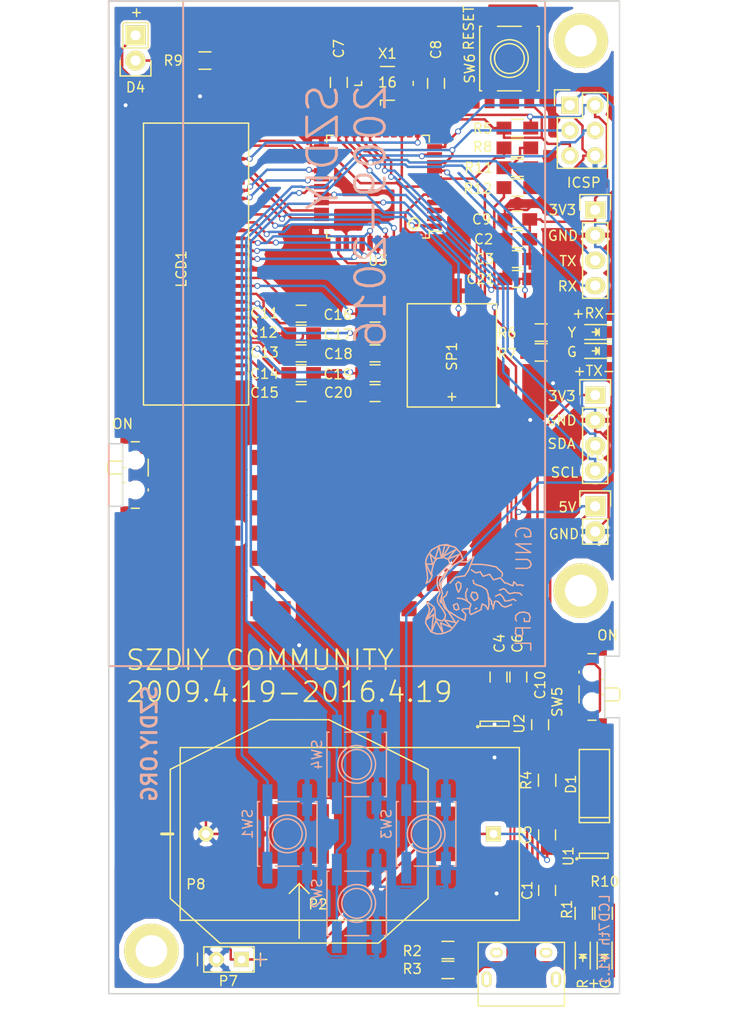
<source format=kicad_pcb>
(kicad_pcb (version 4) (host pcbnew 4.0.2+dfsg1-stable)
  (layers (0 F.Cu signal) (31 B.Cu signal hide) (34 B.Paste user) (35 F.Paste user) (36 B.SilkS user) (37 F.SilkS user) (38 B.Mask user) (39 F.Mask user) (44 Edge.Cuts user))
  (net 0 "")
  (net 1 +5C)
  (net 2 GND)
  (net 3 +3V3)
  (net 4 +BATT)
  (net 5 "Net-(C7-Pad1)")
  (net 6 "Net-(C8-Pad1)")
  (net 7 "Net-(C10-Pad2)")
  (net 8 "Net-(C11-Pad1)")
  (net 9 "Net-(C12-Pad1)")
  (net 10 "Net-(C12-Pad2)")
  (net 11 "Net-(C13-Pad1)")
  (net 12 "Net-(C14-Pad1)")
  (net 13 "Net-(C15-Pad1)")
  (net 14 "Net-(C16-Pad1)")
  (net 15 "Net-(C16-Pad2)")
  (net 16 "Net-(C17-Pad1)")
  (net 17 "Net-(C18-Pad1)")
  (net 18 "Net-(C19-Pad1)")
  (net 19 "Net-(C20-Pad1)")
  (net 20 "Net-(D2-Pad1)")
  (net 21 "Net-(D3-Pad1)")
  (net 22 "Net-(D4-Pad1)")
  (net 23 "Net-(LCD1-Pad0)")
  (net 24 "Net-(LCD1-Pad1)")
  (net 25 "Net-(LCD1-Pad2)")
  (net 26 "Net-(LCD1-Pad3)")
  (net 27 "Net-(LCD1-Pad4)")
  (net 28 "Net-(LCD1-Pad5)")
  (net 29 "Net-(LCD1-Pad6)")
  (net 30 "Net-(LCD1-Pad7)")
  (net 31 "Net-(LCD1-Pad8)")
  (net 32 "Net-(LCD1-Pad9)")
  (net 33 "Net-(LCD1-Pad10)")
  (net 34 "Net-(LCD1-Pad11)")
  (net 35 "Net-(LCD1-Pad12)")
  (net 36 "Net-(LCD1-Pad13)")
  (net 37 "Net-(LCD1-Pad28)")
  (net 38 "Net-(LED1-Pad1)")
  (net 39 "Net-(LED1-Pad2)")
  (net 40 "Net-(P1-Pad2)")
  (net 41 "Net-(P1-Pad3)")
  (net 42 /MISO)
  (net 43 /SCK)
  (net 44 /MOSI)
  (net 45 "Net-(P3-Pad5)")
  (net 46 /TX)
  (net 47 /RX)
  (net 48 /SDA)
  (net 49 /SCL)
  (net 50 /D+)
  (net 51 /D-)
  (net 52 "Net-(R4-Pad2)")
  (net 53 /RX_LED)
  (net 54 /TX_LED)
  (net 55 "Net-(SW4-Pad1)")
  (net 56 "Net-(U3-Pad2)")
  (net 57 "Net-(X1-Pad3)")
  (net 58 "Net-(LED2-Pad1)")
  (net 59 /BUZZER)
  (net 60 /BATADC)
  (net 61 "Net-(D1-Pad1)")
  (net 62 "Net-(D4-Pad2)")
  (net 63 "Net-(R11-Pad1)")
  (net 64 "Net-(SW5-Pad1)")
  (net 65 "Net-(SW7-Pad3)")
  (module Resistors_SMD:R_0805_HandSoldering (layer F.Cu) (at 89.9 131.9 90)
    (fp_text reference R10 (at 3.2 0.1 180) (layer F.SilkS))
    (fp_text value 1K)
    (pad 1 smd rect (at -1.35 0 90) (size 1.5 1.3) (layers F.Cu F.Paste F.Mask) (net 58 "Net-(LED2-Pad1)"))
    (pad 2 smd rect (at 1.35 0 90) (size 1.5 1.3) (layers F.Cu F.Paste F.Mask) (net 2 GND))
  )
  (module Pin_Headers:Pin_Header_Straight_1x02 (layer F.Cu) (at 42.7 46 180)
    (fp_text reference D4 (at 0 -2.7 180) (layer F.SilkS))
    (fp_text value LED hide)
    (pad 1 thru_hole circle (at 0 0 180) (size 2.032 2.032) (drill 1.016) (layers *.Cu *.Mask F.SilkS) (net 22 "Net-(D4-Pad1)"))
    (pad 2 thru_hole rect (at 0 2.54 180) (size 2.032 2.032) (drill 1.016) (layers *.Cu *.Mask F.SilkS) (net 62 "Net-(D4-Pad2)"))
  )
  (module Mounting_Holes:MountingHole_3.2mm_M3_ISO14580_Pad (layer F.Cu) (at 44.3 135.7)
    (fp_text reference MH2 hide)
    (fp_text value MountingHole_3.2mm_M3_ISO14580_Pad)
    (pad 1 thru_hole circle (at 0 0) (size 5.5 5.5) (drill 3.2) (layers *.Cu *.Mask F.SilkS))
  )
  (module Buttons_Switches_SMD:SW_SPDT_PCM12 (layer F.Cu) (at 88.4 109.1 90)
    (fp_text reference SW5 (at -1.5 -3.175 90) (layer F.SilkS))
    (fp_text value SW_POWER)
    (pad "" np_thru_hole circle (at -1.5 0.325 90) (size 0.9 0.9) (drill 0.9) (layers *.Cu *.Mask))
    (pad "" np_thru_hole circle (at 1.5 0.325 90) (size 0.9 0.9) (drill 0.9) (layers *.Cu *.Mask))
    (pad 1 smd rect (at -2.25 -1.425 90) (size 0.7 1.5) (layers F.Cu F.Paste F.Mask) (net 64 "Net-(SW5-Pad1)"))
    (pad 2 smd rect (at 0.75 -1.425 90) (size 0.7 1.5) (layers F.Cu F.Paste F.Mask) (net 1 +5C))
    (pad 3 smd rect (at 2.25 -1.425 90) (size 0.7 1.5) (layers F.Cu F.Paste F.Mask) (net 61 "Net-(D1-Pad1)"))
    (pad "" smd rect (at -3.65 1.425 90) (size 1 0.8) (layers F.Cu F.Paste F.Mask))
    (pad "" smd rect (at 3.65 1.425 90) (size 1 0.8) (layers F.Cu F.Paste F.Mask))
    (pad "" smd rect (at 3.65 -0.775 90) (size 1 0.8) (layers F.Cu F.Paste F.Mask))
    (pad "" smd rect (at -3.65 -0.775 90) (size 1 0.8) (layers F.Cu F.Paste F.Mask))
  )
  (module Capacitors_SMD:C_0805_HandSoldering (layer F.Cu) (at 84.2 129.6 90)
    (fp_text reference C1 (at 0 -2 90) (layer F.SilkS))
    (fp_text value 0.1uF hide)
    (pad 1 smd rect (at -1.25 0 90) (size 1.5 1.25) (layers F.Cu F.Paste F.Mask) (net 3 +3V3))
    (pad 2 smd rect (at 1.25 0 90) (size 1.5 1.25) (layers F.Cu F.Paste F.Mask) (net 2 GND))
  )
  (module Capacitors_SMD:C_0805_HandSoldering (layer F.Cu) (at 84.2 124 90)
    (fp_text reference C5 (at 0 -2.1 90) (layer F.SilkS))
    (fp_text value 4.7uF)
    (pad 1 smd rect (at -1.25 0 90) (size 1.5 1.25) (layers F.Cu F.Paste F.Mask) (net 4 +BATT))
    (pad 2 smd rect (at 1.25 0 90) (size 1.5 1.25) (layers F.Cu F.Paste F.Mask) (net 2 GND))
  )
  (module Capacitors_SMD:C_0805_HandSoldering (layer F.Cu) (at 63.2 48.2 90)
    (fp_text reference C7 (at 3.4 0 90) (layer F.SilkS))
    (fp_text value 22P)
    (pad 1 smd rect (at -1.25 0 90) (size 1.5 1.25) (layers F.Cu F.Paste F.Mask) (net 5 "Net-(C7-Pad1)"))
    (pad 2 smd rect (at 1.25 0 90) (size 1.5 1.25) (layers F.Cu F.Paste F.Mask) (net 2 GND))
  )
  (module Capacitors_SMD:C_0805_HandSoldering (layer F.Cu) (at 73 48.3 90)
    (fp_text reference C8 (at 3.4 0 90) (layer F.SilkS))
    (fp_text value 22P)
    (pad 1 smd rect (at -1.25 0 90) (size 1.5 1.25) (layers F.Cu F.Paste F.Mask) (net 6 "Net-(C8-Pad1)"))
    (pad 2 smd rect (at 1.25 0 90) (size 1.5 1.25) (layers F.Cu F.Paste F.Mask) (net 2 GND))
  )
  (module Capacitors_SMD:C_0805_HandSoldering (layer F.Cu) (at 83.5 112.9 270)
    (fp_text reference C10 (at -4 0 270) (layer F.SilkS))
    (fp_text value 470PF)
    (pad 1 smd rect (at -1.25 0 270) (size 1.5 1.25) (layers F.Cu F.Paste F.Mask) (net 2 GND))
    (pad 2 smd rect (at 1.25 0 270) (size 1.5 1.25) (layers F.Cu F.Paste F.Mask) (net 7 "Net-(C10-Pad2)"))
  )
  (module Capacitors_SMD:C_0805_HandSoldering (layer F.Cu) (at 59.4 71.5)
    (fp_text reference C11 (at -3.7 -0.05) (layer F.SilkS))
    (fp_text value 1uF)
    (pad 1 smd rect (at -1.25 0) (size 1.5 1.25) (layers F.Cu F.Paste F.Mask) (net 8 "Net-(C11-Pad1)"))
    (pad 2 smd rect (at 1.25 0) (size 1.5 1.25) (layers F.Cu F.Paste F.Mask) (net 2 GND))
  )
  (module Capacitors_SMD:C_0805_HandSoldering (layer F.Cu) (at 59.4 73.5)
    (fp_text reference C12 (at -3.8 -0.1) (layer F.SilkS))
    (fp_text value 1uF)
    (pad 1 smd rect (at -1.25 0) (size 1.5 1.25) (layers F.Cu F.Paste F.Mask) (net 9 "Net-(C12-Pad1)"))
    (pad 2 smd rect (at 1.25 0) (size 1.5 1.25) (layers F.Cu F.Paste F.Mask) (net 10 "Net-(C12-Pad2)"))
  )
  (module Capacitors_SMD:C_0805_HandSoldering (layer F.Cu) (at 59.4 75.5)
    (fp_text reference C13 (at -3.7 -0.1) (layer F.SilkS))
    (fp_text value 1uF)
    (pad 1 smd rect (at -1.25 0) (size 1.5 1.25) (layers F.Cu F.Paste F.Mask) (net 11 "Net-(C13-Pad1)"))
    (pad 2 smd rect (at 1.25 0) (size 1.5 1.25) (layers F.Cu F.Paste F.Mask) (net 10 "Net-(C12-Pad2)"))
  )
  (module Capacitors_SMD:C_0805_HandSoldering (layer F.Cu) (at 59.4 77.5)
    (fp_text reference C14 (at -3.7 0.05) (layer F.SilkS))
    (fp_text value 1uF)
    (pad 1 smd rect (at -1.25 0) (size 1.5 1.25) (layers F.Cu F.Paste F.Mask) (net 12 "Net-(C14-Pad1)"))
    (pad 2 smd rect (at 1.25 0) (size 1.5 1.25) (layers F.Cu F.Paste F.Mask) (net 2 GND))
  )
  (module Capacitors_SMD:C_0805_HandSoldering (layer F.Cu) (at 59.4 79.5)
    (fp_text reference C15 (at -3.7 -0.05) (layer F.SilkS))
    (fp_text value 1uF)
    (pad 1 smd rect (at -1.25 0) (size 1.5 1.25) (layers F.Cu F.Paste F.Mask) (net 13 "Net-(C15-Pad1)"))
    (pad 2 smd rect (at 1.25 0) (size 1.5 1.25) (layers F.Cu F.Paste F.Mask) (net 2 GND))
  )
  (module Capacitors_SMD:C_0805_HandSoldering (layer F.Cu) (at 66.85 71.5)
    (fp_text reference C16 (at -3.75 0.1) (layer F.SilkS))
    (fp_text value 1uF hide)
    (pad 1 smd rect (at -1.25 0) (size 1.5 1.25) (layers F.Cu F.Paste F.Mask) (net 14 "Net-(C16-Pad1)"))
    (pad 2 smd rect (at 1.25 0) (size 1.5 1.25) (layers F.Cu F.Paste F.Mask) (net 15 "Net-(C16-Pad2)"))
  )
  (module Capacitors_SMD:C_0805_HandSoldering (layer F.Cu) (at 66.85 73.5)
    (fp_text reference C17 (at -3.75 0.1) (layer F.SilkS))
    (fp_text value 1uF hide)
    (pad 1 smd rect (at -1.25 0) (size 1.5 1.25) (layers F.Cu F.Paste F.Mask) (net 16 "Net-(C17-Pad1)"))
    (pad 2 smd rect (at 1.25 0) (size 1.5 1.25) (layers F.Cu F.Paste F.Mask) (net 15 "Net-(C16-Pad2)"))
  )
  (module Capacitors_SMD:C_0805_HandSoldering (layer F.Cu) (at 66.85 75.5)
    (fp_text reference C18 (at -3.7 0.05) (layer F.SilkS))
    (fp_text value 1uF hide)
    (pad 1 smd rect (at -1.25 0) (size 1.5 1.25) (layers F.Cu F.Paste F.Mask) (net 17 "Net-(C18-Pad1)"))
    (pad 2 smd rect (at 1.25 0) (size 1.5 1.25) (layers F.Cu F.Paste F.Mask) (net 2 GND))
  )
  (module Capacitors_SMD:C_0805_HandSoldering (layer F.Cu) (at 66.85 77.5)
    (fp_text reference C19 (at -3.75 0.1) (layer F.SilkS))
    (fp_text value 1uF hide)
    (pad 1 smd rect (at -1.25 0) (size 1.5 1.25) (layers F.Cu F.Paste F.Mask) (net 18 "Net-(C19-Pad1)"))
    (pad 2 smd rect (at 1.25 0) (size 1.5 1.25) (layers F.Cu F.Paste F.Mask) (net 2 GND))
  )
  (module Capacitors_SMD:C_0805_HandSoldering (layer F.Cu) (at 66.85 79.5)
    (fp_text reference C20 (at -3.7 -0.05) (layer F.SilkS))
    (fp_text value 1uF hide)
    (pad 1 smd rect (at -1.25 0) (size 1.5 1.25) (layers F.Cu F.Paste F.Mask) (net 19 "Net-(C20-Pad1)"))
    (pad 2 smd rect (at 1.25 0) (size 1.5 1.25) (layers F.Cu F.Paste F.Mask) (net 2 GND))
  )
  (module Pin_Headers:Pin_Header_Straight_1x04 (layer F.Cu) (at 89.05 61.05)
    (fp_text reference P4 hide)
    (fp_text value UART hide)
    (pad 1 thru_hole rect (at 0 0) (size 2.032 1.7272) (drill 1.016) (layers *.Cu *.Mask F.SilkS) (net 3 +3V3))
    (pad 2 thru_hole oval (at 0 2.54) (size 2.032 1.7272) (drill 1.016) (layers *.Cu *.Mask F.SilkS) (net 2 GND))
    (pad 3 thru_hole oval (at 0 5.08) (size 2.032 1.7272) (drill 1.016) (layers *.Cu *.Mask F.SilkS) (net 46 /TX))
    (pad 4 thru_hole oval (at 0 7.62) (size 2.032 1.7272) (drill 1.016) (layers *.Cu *.Mask F.SilkS) (net 47 /RX))
  )
  (module Pin_Headers:Pin_Header_Straight_1x04 (layer F.Cu) (at 89.05 79.7)
    (fp_text reference P5 hide)
    (fp_text value I2C hide)
    (pad 1 thru_hole rect (at 0 0) (size 2.032 1.7272) (drill 1.016) (layers *.Cu *.Mask F.SilkS) (net 3 +3V3))
    (pad 2 thru_hole oval (at 0 2.54) (size 2.032 1.7272) (drill 1.016) (layers *.Cu *.Mask F.SilkS) (net 2 GND))
    (pad 3 thru_hole oval (at 0 5.08) (size 2.032 1.7272) (drill 1.016) (layers *.Cu *.Mask F.SilkS) (net 48 /SDA))
    (pad 4 thru_hole oval (at 0 7.62) (size 2.032 1.7272) (drill 1.016) (layers *.Cu *.Mask F.SilkS) (net 49 /SCL))
  )
  (module Resistors_SMD:R_0805_HandSoldering (layer F.Cu) (at 87.9 131.9 90)
    (fp_text reference R1 (at 0.4 -1.7 90) (layer F.SilkS))
    (fp_text value 1K)
    (pad 1 smd rect (at -1.35 0 90) (size 1.5 1.3) (layers F.Cu F.Paste F.Mask) (net 39 "Net-(LED1-Pad2)"))
    (pad 2 smd rect (at 1.35 0 90) (size 1.5 1.3) (layers F.Cu F.Paste F.Mask) (net 1 +5C))
  )
  (module Resistors_SMD:R_0805_HandSoldering (layer F.Cu) (at 84.2 118.5 90)
    (fp_text reference R4 (at 0 -2.1 90) (layer F.SilkS))
    (fp_text value 10K)
    (pad 1 smd rect (at -1.35 0 90) (size 1.5 1.3) (layers F.Cu F.Paste F.Mask) (net 2 GND))
    (pad 2 smd rect (at 1.35 0 90) (size 1.5 1.3) (layers F.Cu F.Paste F.Mask) (net 52 "Net-(R4-Pad2)"))
  )
  (module Resistors_SMD:R_0805_HandSoldering (layer F.Cu) (at 83.6 73.4 180)
    (fp_text reference R6 (at 3.45 -0.05 180) (layer F.SilkS))
    (fp_text value 330R)
    (pad 1 smd rect (at -1.35 0 180) (size 1.5 1.3) (layers F.Cu F.Paste F.Mask) (net 20 "Net-(D2-Pad1)"))
    (pad 2 smd rect (at 1.35 0 180) (size 1.5 1.3) (layers F.Cu F.Paste F.Mask) (net 53 /RX_LED))
  )
  (module Resistors_SMD:R_0805_HandSoldering (layer F.Cu) (at 83.6 75.4 180)
    (fp_text reference R7 (at 3.45 -0.15 180) (layer F.SilkS))
    (fp_text value 330R)
    (pad 1 smd rect (at -1.35 0 180) (size 1.5 1.3) (layers F.Cu F.Paste F.Mask) (net 21 "Net-(D3-Pad1)"))
    (pad 2 smd rect (at 1.35 0 180) (size 1.5 1.3) (layers F.Cu F.Paste F.Mask) (net 54 /TX_LED))
  )
  (module Resistors_SMD:R_0805_HandSoldering (layer F.Cu) (at 81.2 54.8)
    (fp_text reference R8 (at -3.5 -0.1) (layer F.SilkS))
    (fp_text value 1K)
    (pad 1 smd rect (at -1.35 0) (size 1.5 1.3) (layers F.Cu F.Paste F.Mask) (net 1 +5C))
    (pad 2 smd rect (at 1.35 0) (size 1.5 1.3) (layers F.Cu F.Paste F.Mask) (net 63 "Net-(R11-Pad1)"))
  )
  (module Resistors_SMD:R_0805_HandSoldering (layer F.Cu) (at 49.7 46)
    (fp_text reference R9 (at -3.2 0) (layer F.SilkS))
    (fp_text value 330R)
    (pad 1 smd rect (at -1.35 0) (size 1.5 1.3) (layers F.Cu F.Paste F.Mask) (net 22 "Net-(D4-Pad1)"))
    (pad 2 smd rect (at 1.35 0) (size 1.5 1.3) (layers F.Cu F.Paste F.Mask) (net 2 GND))
  )
  (module TO_SOT_Packages_SMD:SOT-23-5 (layer F.Cu) (at 88.9 126.1 90)
    (fp_text reference U1 (at -0.05 -2.55 90) (layer F.SilkS))
    (fp_text value MCP73831)
    (pad 1 smd rect (at -1.1 -0.95 90) (size 1.06 0.65) (layers F.Cu F.Paste F.Mask) (net 38 "Net-(LED1-Pad1)"))
    (pad 2 smd rect (at -1.1 0 90) (size 1.06 0.65) (layers F.Cu F.Paste F.Mask) (net 2 GND))
    (pad 3 smd rect (at -1.1 0.95 90) (size 1.06 0.65) (layers F.Cu F.Paste F.Mask) (net 4 +BATT))
    (pad 4 smd rect (at 1.1 0.95 90) (size 1.06 0.65) (layers F.Cu F.Paste F.Mask) (net 1 +5C))
    (pad 5 smd rect (at 1.1 -0.95 90) (size 1.06 0.65) (layers F.Cu F.Paste F.Mask) (net 52 "Net-(R4-Pad2)"))
  )
  (module TO_SOT_Packages_SMD:SOT-23-5 (layer F.Cu) (at 78.9 112.8 90)
    (fp_text reference U2 (at 0 2.5 90) (layer F.SilkS))
    (fp_text value MIC5219)
    (pad 1 smd rect (at -1.1 -0.95 90) (size 1.06 0.65) (layers F.Cu F.Paste F.Mask) (net 1 +5C))
    (pad 2 smd rect (at -1.1 0 90) (size 1.06 0.65) (layers F.Cu F.Paste F.Mask) (net 2 GND))
    (pad 3 smd rect (at -1.1 0.95 90) (size 1.06 0.65) (layers F.Cu F.Paste F.Mask) (net 1 +5C))
    (pad 4 smd rect (at 1.1 0.95 90) (size 1.06 0.65) (layers F.Cu F.Paste F.Mask) (net 7 "Net-(C10-Pad2)"))
    (pad 5 smd rect (at 1.1 -0.95 90) (size 1.06 0.65) (layers F.Cu F.Paste F.Mask) (net 3 +3V3))
  )
  (module Crystals:Crystal_SMD_5032_4Pads (layer F.Cu) (at 68.1 48.3)
    (fp_text reference X1 (at 0 -3) (layer F.SilkS))
    (fp_text value 16MHz)
    (pad 1 smd rect (at -2 1.2) (size 2 1.3) (layers F.Cu F.Paste F.Mask) (net 5 "Net-(C7-Pad1)"))
    (pad 3 smd rect (at 2 1.2) (size 2 1.3) (layers F.Cu F.Paste F.Mask) (net 57 "Net-(X1-Pad3)"))
    (pad 2 smd rect (at 2 -1.2) (size 2 1.3) (layers F.Cu F.Paste F.Mask) (net 6 "Net-(C8-Pad1)"))
    (pad 3 smd rect (at -2 -1.2) (size 2 1.3) (layers F.Cu F.Paste F.Mask) (net 57 "Net-(X1-Pad3)"))
  )
  (module LEDs:LED_0805 (layer F.Cu) (at 87.8 136.4 270)
    (fp_text reference LED1 hide)
    (fp_text value RED)
    (pad 2 smd rect (at 1.04902 0 90) (size 1.19888 1.19888) (layers F.Cu F.Paste F.Mask) (net 39 "Net-(LED1-Pad2)"))
    (pad 1 smd rect (at -1.04902 0 90) (size 1.19888 1.19888) (layers F.Cu F.Paste F.Mask) (net 38 "Net-(LED1-Pad1)"))
  )
  (module LEDs:LED_0805 (layer F.Cu) (at 89.1 73.35 180)
    (fp_text reference D2 hide)
    (fp_text value LED hide)
    (pad 2 smd rect (at 1.04902 0) (size 1.19888 1.19888) (layers F.Cu F.Paste F.Mask) (net 3 +3V3))
    (pad 1 smd rect (at -1.04902 0) (size 1.19888 1.19888) (layers F.Cu F.Paste F.Mask) (net 20 "Net-(D2-Pad1)"))
  )
  (module LEDs:LED_0805 (layer F.Cu) (at 89.1 75.25 180)
    (fp_text reference D3 hide)
    (fp_text value LED hide)
    (pad 2 smd rect (at 1.04902 0) (size 1.19888 1.19888) (layers F.Cu F.Paste F.Mask) (net 3 +3V3))
    (pad 1 smd rect (at -1.04902 0) (size 1.19888 1.19888) (layers F.Cu F.Paste F.Mask) (net 21 "Net-(D3-Pad1)"))
  )
  (module LCD7th:B340A (layer F.Cu) (at 91 118.7 90)
    (fp_text reference D1 (at -0.2 -4.4 90) (layer F.SilkS))
    (fp_text value B340A)
    (pad 1 smd rect (at -2.35 -2 90) (size 2.2 1.68) (layers F.Cu F.Paste F.Mask) (net 61 "Net-(D1-Pad1)"))
    (pad 2 smd rect (at 2.1 -2 90) (size 2.2 1.68) (layers F.Cu F.Paste F.Mask) (net 4 +BATT))
  )
  (module Mounting_Holes:MountingHole_3.2mm_M3_ISO14580_Pad (layer F.Cu) (at 87.6 99.4)
    (fp_text reference MH3 hide)
    (fp_text value MountingHole_3.2mm_M3_ISO14580_Pad)
    (pad 1 thru_hole circle (at 0 0) (size 5.5 5.5) (drill 3.2) (layers *.Cu *.Mask F.SilkS))
  )
  (module Buttons_Switches_SMD:SW_SPST_EVQQ2 (layer B.Cu) (at 58 123.9 270)
    (fp_text reference SW1 (at -1 4 270) (layer B.SilkS) (effects (justify mirror)))
    (fp_text value SW1)
    (pad 1 smd rect (at 3.4 2 270) (size 3.2 1) (layers B.Cu B.Paste B.Mask) (net 43 /SCK))
    (pad 1 smd rect (at -3.4 2 270) (size 3.2 1) (layers B.Cu B.Paste B.Mask) (net 43 /SCK))
    (pad 2 smd rect (at -3.4 -2 270) (size 3.2 1) (layers B.Cu B.Paste B.Mask) (net 2 GND))
    (pad 2 smd rect (at 3.4 -2 270) (size 3.2 1) (layers B.Cu B.Paste B.Mask) (net 2 GND))
  )
  (module LEDs:LED_0805 (layer F.Cu) (at 90 136.4 270)
    (fp_text reference LED2 hide)
    (fp_text value GREEN)
    (pad 2 smd rect (at 1.04902 0 90) (size 1.19888 1.19888) (layers F.Cu F.Paste F.Mask) (net 38 "Net-(LED1-Pad1)"))
    (pad 1 smd rect (at -1.04902 0 90) (size 1.19888 1.19888) (layers F.Cu F.Paste F.Mask) (net 58 "Net-(LED2-Pad1)"))
  )
  (module Pin_Headers:Pin_Header_Straight_1x02 (layer F.Cu) (at 89.05 90.9)
    (fp_text reference P6 (at 0 -5.1) (layer F.SilkS))
    (fp_text value 5VCONN)
    (pad 1 thru_hole rect (at 0 0) (size 2.032 2.032) (drill 1.016) (layers *.Cu *.Mask F.SilkS) (net 1 +5C))
    (pad 2 thru_hole oval (at 0 2.54) (size 2.032 2.032) (drill 1.016) (layers *.Cu *.Mask F.SilkS) (net 2 GND))
  )
  (module LCD7th:LiConn (layer F.Cu) (at 50.85 136.55)
    (fp_text reference P7 (at 1.2 2.174999) (layer F.SilkS))
    (fp_text value BATT)
    (pad 1 thru_hole circle (at 0 0) (size 1.524 1.524) (drill 0.8) (layers *.Cu *.Mask F.SilkS) (net 2 GND))
    (pad 2 thru_hole rect (at 2.54 0) (size 1.524 1.524) (drill 0.8) (layers *.Cu *.Mask F.SilkS) (net 4 +BATT))
  )
  (module Buttons_Switches_SMD:SW_SPDT_PCM12 (layer F.Cu) (at 43 87.75 270)
    (fp_text reference SW7 hide)
    (fp_text value BG_POWER)
    (pad "" np_thru_hole circle (at -1.5 0.325 270) (size 0.9 0.9) (drill 0.9) (layers *.Cu *.Mask))
    (pad "" np_thru_hole circle (at 1.5 0.325 270) (size 0.9 0.9) (drill 0.9) (layers *.Cu *.Mask))
    (pad 1 smd rect (at -2.25 -1.425 270) (size 0.7 1.5) (layers F.Cu F.Paste F.Mask) (net 62 "Net-(D4-Pad2)"))
    (pad 2 smd rect (at 0.75 -1.425 270) (size 0.7 1.5) (layers F.Cu F.Paste F.Mask) (net 3 +3V3))
    (pad 3 smd rect (at 2.25 -1.425 270) (size 0.7 1.5) (layers F.Cu F.Paste F.Mask) (net 65 "Net-(SW7-Pad3)"))
    (pad "" smd rect (at -3.65 1.425 270) (size 1 0.8) (layers F.Cu F.Paste F.Mask))
    (pad "" smd rect (at 3.65 1.425 270) (size 1 0.8) (layers F.Cu F.Paste F.Mask))
    (pad "" smd rect (at 3.65 -0.775 270) (size 1 0.8) (layers F.Cu F.Paste F.Mask))
    (pad "" smd rect (at -3.65 -0.775 270) (size 1 0.8) (layers F.Cu F.Paste F.Mask))
  )
  (module Buttons_Switches_SMD:SW_SPST_EVQQ2 (layer B.Cu) (at 65 130.9 270)
    (fp_text reference SW2 (at -1 4 270) (layer B.SilkS) (effects (justify mirror)))
    (fp_text value SW2)
    (pad 1 smd rect (at 3.4 2 270) (size 3.2 1) (layers B.Cu B.Paste B.Mask) (net 44 /MOSI))
    (pad 1 smd rect (at -3.4 2 270) (size 3.2 1) (layers B.Cu B.Paste B.Mask) (net 44 /MOSI))
    (pad 2 smd rect (at -3.4 -2 270) (size 3.2 1) (layers B.Cu B.Paste B.Mask) (net 2 GND))
    (pad 2 smd rect (at 3.4 -2 270) (size 3.2 1) (layers B.Cu B.Paste B.Mask) (net 2 GND))
  )
  (module Housings_QFP:TQFP-44_10x10mm_Pitch0.8mm (layer F.Cu) (at 67.15 58.7 180)
    (fp_text reference U3 (at 0 -7.45 180) (layer F.SilkS))
    (fp_text value ATmega32U4-AU)
    (pad 1 smd rect (at -5.7 -4 180) (size 1.5 0.55) (layers F.Cu F.Paste F.Mask) (net 30 "Net-(LCD1-Pad7)"))
    (pad 2 smd rect (at -5.7 -3.2 180) (size 1.5 0.55) (layers F.Cu F.Paste F.Mask) (net 56 "Net-(U3-Pad2)"))
    (pad 3 smd rect (at -5.7 -2.4 180) (size 1.5 0.55) (layers F.Cu F.Paste F.Mask) (net 51 /D-))
    (pad 4 smd rect (at -5.7 -1.6 180) (size 1.5 0.55) (layers F.Cu F.Paste F.Mask) (net 50 /D+))
    (pad 5 smd rect (at -5.7 -0.8 180) (size 1.5 0.55) (layers F.Cu F.Paste F.Mask) (net 2 GND))
    (pad 6 smd rect (at -5.7 0 180) (size 1.5 0.55) (layers F.Cu F.Paste F.Mask) (net 3 +3V3))
    (pad 7 smd rect (at -5.7 0.8 180) (size 1.5 0.55) (layers F.Cu F.Paste F.Mask) (net 1 +5C))
    (pad 8 smd rect (at -5.7 1.6 180) (size 1.5 0.55) (layers F.Cu F.Paste F.Mask) (net 53 /RX_LED))
    (pad 9 smd rect (at -5.7 2.4 180) (size 1.5 0.55) (layers F.Cu F.Paste F.Mask) (net 43 /SCK))
    (pad 10 smd rect (at -5.7 3.2 180) (size 1.5 0.55) (layers F.Cu F.Paste F.Mask) (net 44 /MOSI))
    (pad 11 smd rect (at -5.7 4 180) (size 1.5 0.55) (layers F.Cu F.Paste F.Mask) (net 42 /MISO))
    (pad 12 smd rect (at -4 5.7 270) (size 1.5 0.55) (layers F.Cu F.Paste F.Mask) (net 24 "Net-(LCD1-Pad1)"))
    (pad 13 smd rect (at -3.2 5.7 270) (size 1.5 0.55) (layers F.Cu F.Paste F.Mask) (net 45 "Net-(P3-Pad5)"))
    (pad 14 smd rect (at -2.4 5.7 270) (size 1.5 0.55) (layers F.Cu F.Paste F.Mask) (net 3 +3V3))
    (pad 15 smd rect (at -1.6 5.7 270) (size 1.5 0.55) (layers F.Cu F.Paste F.Mask) (net 2 GND))
    (pad 16 smd rect (at -0.8 5.7 270) (size 1.5 0.55) (layers F.Cu F.Paste F.Mask) (net 6 "Net-(C8-Pad1)"))
    (pad 17 smd rect (at 0 5.7 270) (size 1.5 0.55) (layers F.Cu F.Paste F.Mask) (net 5 "Net-(C7-Pad1)"))
    (pad 18 smd rect (at 0.8 5.7 270) (size 1.5 0.55) (layers F.Cu F.Paste F.Mask) (net 49 /SCL))
    (pad 19 smd rect (at 1.6 5.7 270) (size 1.5 0.55) (layers F.Cu F.Paste F.Mask) (net 48 /SDA))
    (pad 20 smd rect (at 2.4 5.7 270) (size 1.5 0.55) (layers F.Cu F.Paste F.Mask) (net 47 /RX))
    (pad 21 smd rect (at 3.2 5.7 270) (size 1.5 0.55) (layers F.Cu F.Paste F.Mask) (net 46 /TX))
    (pad 22 smd rect (at 4 5.7 270) (size 1.5 0.55) (layers F.Cu F.Paste F.Mask) (net 54 /TX_LED))
    (pad 23 smd rect (at 5.7 4 180) (size 1.5 0.55) (layers F.Cu F.Paste F.Mask) (net 2 GND))
    (pad 24 smd rect (at 5.7 3.2 180) (size 1.5 0.55) (layers F.Cu F.Paste F.Mask) (net 3 +3V3))
    (pad 25 smd rect (at 5.7 2.4 180) (size 1.5 0.55) (layers F.Cu F.Paste F.Mask) (net 27 "Net-(LCD1-Pad4)"))
    (pad 26 smd rect (at 5.7 1.6 180) (size 1.5 0.55) (layers F.Cu F.Paste F.Mask) (net 28 "Net-(LCD1-Pad5)"))
    (pad 27 smd rect (at 5.7 0.8 180) (size 1.5 0.55) (layers F.Cu F.Paste F.Mask) (net 29 "Net-(LCD1-Pad6)"))
    (pad 28 smd rect (at 5.7 0 180) (size 1.5 0.55) (layers F.Cu F.Paste F.Mask) (net 55 "Net-(SW4-Pad1)"))
    (pad 29 smd rect (at 5.7 -0.8 180) (size 1.5 0.55) (layers F.Cu F.Paste F.Mask) (net 59 /BUZZER))
    (pad 30 smd rect (at 5.7 -1.6 180) (size 1.5 0.55) (layers F.Cu F.Paste F.Mask) (net 60 /BATADC))
    (pad 31 smd rect (at 5.7 -2.4 180) (size 1.5 0.55) (layers F.Cu F.Paste F.Mask) (net 25 "Net-(LCD1-Pad2)"))
    (pad 32 smd rect (at 5.7 -3.2 180) (size 1.5 0.55) (layers F.Cu F.Paste F.Mask) (net 26 "Net-(LCD1-Pad3)"))
    (pad 33 smd rect (at 5.7 -4 180) (size 1.5 0.55) (layers F.Cu F.Paste F.Mask) (net 2 GND))
    (pad 34 smd rect (at 4 -5.7 270) (size 1.5 0.55) (layers F.Cu F.Paste F.Mask) (net 3 +3V3))
    (pad 35 smd rect (at 3.2 -5.7 270) (size 1.5 0.55) (layers F.Cu F.Paste F.Mask) (net 2 GND))
    (pad 36 smd rect (at 2.4 -5.7 270) (size 1.5 0.55) (layers F.Cu F.Paste F.Mask) (net 36 "Net-(LCD1-Pad13)"))
    (pad 37 smd rect (at 1.6 -5.7 270) (size 1.5 0.55) (layers F.Cu F.Paste F.Mask) (net 35 "Net-(LCD1-Pad12)"))
    (pad 38 smd rect (at 0.8 -5.7 270) (size 1.5 0.55) (layers F.Cu F.Paste F.Mask) (net 34 "Net-(LCD1-Pad11)"))
    (pad 39 smd rect (at 0 -5.7 270) (size 1.5 0.55) (layers F.Cu F.Paste F.Mask) (net 33 "Net-(LCD1-Pad10)"))
    (pad 40 smd rect (at -0.8 -5.7 270) (size 1.5 0.55) (layers F.Cu F.Paste F.Mask) (net 32 "Net-(LCD1-Pad9)"))
    (pad 41 smd rect (at -1.6 -5.7 270) (size 1.5 0.55) (layers F.Cu F.Paste F.Mask) (net 31 "Net-(LCD1-Pad8)"))
    (pad 42 smd rect (at -2.4 -5.7 270) (size 1.5 0.55) (layers F.Cu F.Paste F.Mask) (net 3 +3V3))
    (pad 43 smd rect (at -3.2 -5.7 270) (size 1.5 0.55) (layers F.Cu F.Paste F.Mask) (net 2 GND))
    (pad 44 smd rect (at -4 -5.7 270) (size 1.5 0.55) (layers F.Cu F.Paste F.Mask) (net 3 +3V3))
  )
  (module Mounting_Holes:MountingHole_3.2mm_M3_ISO14580_Pad (layer F.Cu) (at 87.6 44)
    (fp_text reference MH1 hide)
    (fp_text value MountingHole_3.2mm_M3_ISO14580_Pad)
    (pad 1 thru_hole circle (at 0 0) (size 5.5 5.5) (drill 3.2) (layers *.Cu *.Mask F.SilkS))
  )
  (module Capacitors_SMD:C_0805_HandSoldering (layer F.Cu) (at 81.2 64 180)
    (fp_text reference C2 (at 3.4 0 180) (layer F.SilkS))
    (fp_text value 0.1uF hide)
    (pad 1 smd rect (at -1.25 0 180) (size 1.5 1.25) (layers F.Cu F.Paste F.Mask) (net 3 +3V3))
    (pad 2 smd rect (at 1.25 0 180) (size 1.5 1.25) (layers F.Cu F.Paste F.Mask) (net 2 GND))
  )
  (module Capacitors_SMD:C_0805_HandSoldering (layer F.Cu) (at 81.2 66 180)
    (fp_text reference C3 (at 3.3 0 180) (layer F.SilkS))
    (fp_text value 0.1uF hide)
    (pad 1 smd rect (at -1.25 0 180) (size 1.5 1.25) (layers F.Cu F.Paste F.Mask) (net 3 +3V3))
    (pad 2 smd rect (at 1.25 0 180) (size 1.5 1.25) (layers F.Cu F.Paste F.Mask) (net 2 GND))
  )
  (module Capacitors_SMD:C_0805_HandSoldering (layer F.Cu) (at 79.3 108.1 90)
    (fp_text reference C4 (at 3.4 0.1 90) (layer F.SilkS))
    (fp_text value 4.7uF hide)
    (pad 1 smd rect (at -1.25 0 90) (size 1.5 1.25) (layers F.Cu F.Paste F.Mask) (net 1 +5C))
    (pad 2 smd rect (at 1.25 0 90) (size 1.5 1.25) (layers F.Cu F.Paste F.Mask) (net 2 GND))
  )
  (module Capacitors_SMD:C_0805_HandSoldering (layer F.Cu) (at 81.3 108.1 90)
    (fp_text reference C6 (at 3.4 -0.1 90) (layer F.SilkS))
    (fp_text value 4.7uF hide)
    (pad 1 smd rect (at -1.25 0 90) (size 1.5 1.25) (layers F.Cu F.Paste F.Mask) (net 3 +3V3))
    (pad 2 smd rect (at 1.25 0 90) (size 1.5 1.25) (layers F.Cu F.Paste F.Mask) (net 2 GND))
  )
  (module Capacitors_SMD:C_0805_HandSoldering (layer F.Cu) (at 81.2 62)
    (fp_text reference C9 (at -3.6 0) (layer F.SilkS))
    (fp_text value 1uF)
    (pad 1 smd rect (at -1.25 0) (size 1.5 1.25) (layers F.Cu F.Paste F.Mask) (net 2 GND))
    (pad 2 smd rect (at 1.25 0) (size 1.5 1.25) (layers F.Cu F.Paste F.Mask) (net 3 +3V3))
  )
  (module Connect:USB_Micro-B (layer F.Cu) (at 81.5975 137.414)
    (fp_text reference P1 hide)
    (fp_text value USB_B)
    (pad 1 smd rect (at -1.3009 -1.56254 90) (size 1.35 0.4) (layers F.Cu F.Paste F.Mask) (net 1 +5C))
    (pad 2 smd rect (at -0.6509 -1.56254 90) (size 1.35 0.4) (layers F.Cu F.Paste F.Mask) (net 40 "Net-(P1-Pad2)"))
    (pad 3 smd rect (at -0.0009 -1.56254 90) (size 1.35 0.4) (layers F.Cu F.Paste F.Mask) (net 41 "Net-(P1-Pad3)"))
    (pad 4 smd rect (at 0.6491 -1.56254 90) (size 1.35 0.4) (layers F.Cu F.Paste F.Mask) (net 2 GND))
    (pad 5 smd rect (at 1.2991 -1.56254 90) (size 1.35 0.4) (layers F.Cu F.Paste F.Mask) (net 2 GND))
    (pad 6 thru_hole oval (at -2.5009 -1.56254 90) (size 0.95 1.25) (drill oval 0.55 0.85) (layers *.Cu *.Mask F.SilkS))
    (pad 6 thru_hole oval (at 2.4991 -1.56254 90) (size 0.95 1.25) (drill oval 0.55 0.85) (layers *.Cu *.Mask F.SilkS))
    (pad 6 thru_hole oval (at -3.5009 1.13746 90) (size 1.55 1) (drill oval 1.15 0.5) (layers *.Cu *.Mask F.SilkS))
    (pad 6 thru_hole oval (at 3.4991 1.13746 90) (size 1.55 1) (drill oval 1.15 0.5) (layers *.Cu *.Mask F.SilkS))
  )
  (module LCD7th:BATT (layer F.Cu) (at 53.8 127.9)
    (fp_text reference P2 (at 7.3 3.1) (layer F.SilkS))
    (fp_text value BATT)
    (pad 1 thru_hole circle (at -4 -4) (size 1.524 1.524) (drill 0.8) (layers *.Cu *.Mask F.SilkS) (net 2 GND))
    (pad 2 thru_hole rect (at 25 -4) (size 1.524 1.524) (drill 0.8) (layers *.Cu *.Mask F.SilkS) (net 4 +BATT))
  )
  (module Pin_Headers:Pin_Header_Straight_2x03 (layer F.Cu) (at 86.5 50.5)
    (fp_text reference P3 hide)
    (fp_text value ICSP hide)
    (pad 1 thru_hole rect (at 0 0) (size 1.7272 1.7272) (drill 1.016) (layers *.Cu *.Mask F.SilkS) (net 42 /MISO))
    (pad 2 thru_hole oval (at 2.54 0) (size 1.7272 1.7272) (drill 1.016) (layers *.Cu *.Mask F.SilkS) (net 3 +3V3))
    (pad 3 thru_hole oval (at 0 2.54) (size 1.7272 1.7272) (drill 1.016) (layers *.Cu *.Mask F.SilkS) (net 43 /SCK))
    (pad 4 thru_hole oval (at 2.54 2.54) (size 1.7272 1.7272) (drill 1.016) (layers *.Cu *.Mask F.SilkS) (net 44 /MOSI))
    (pad 5 thru_hole oval (at 0 5.08) (size 1.7272 1.7272) (drill 1.016) (layers *.Cu *.Mask F.SilkS) (net 45 "Net-(P3-Pad5)"))
    (pad 6 thru_hole oval (at 2.54 5.08) (size 1.7272 1.7272) (drill 1.016) (layers *.Cu *.Mask F.SilkS) (net 2 GND))
  )
  (module Resistors_SMD:R_0805_HandSoldering (layer F.Cu) (at 74.2 135.6 180)
    (fp_text reference R2 (at 3.6 -0.1 180) (layer F.SilkS))
    (fp_text value 22R)
    (pad 1 smd rect (at -1.35 0 180) (size 1.5 1.3) (layers F.Cu F.Paste F.Mask) (net 41 "Net-(P1-Pad3)"))
    (pad 2 smd rect (at 1.35 0 180) (size 1.5 1.3) (layers F.Cu F.Paste F.Mask) (net 50 /D+))
  )
  (module Resistors_SMD:R_0805_HandSoldering (layer F.Cu) (at 74.2 137.6 180)
    (fp_text reference R3 (at 3.6 0.1 180) (layer F.SilkS))
    (fp_text value 22R)
    (pad 1 smd rect (at -1.35 0 180) (size 1.5 1.3) (layers F.Cu F.Paste F.Mask) (net 40 "Net-(P1-Pad2)"))
    (pad 2 smd rect (at 1.35 0 180) (size 1.5 1.3) (layers F.Cu F.Paste F.Mask) (net 51 /D-))
  )
  (module LCD7th:TAT-BP1109S (layer F.Cu) (at 74.6 84.2)
    (fp_text reference SP1 (at 0 -8.4 90) (layer F.SilkS))
    (fp_text value SPEAKER)
    (fp_text user + (at 0 -4.4) (layer F.SilkS))
    (pad 1 smd rect (at 0 -2) (size 2 2.5) (layers F.Cu F.Paste F.Mask) (net 59 /BUZZER))
    (pad 2 smd rect (at 0 -15) (size 2 2.5) (layers F.Cu F.Paste F.Mask) (net 2 GND))
  )
  (module Symbols:Symbol_GNU-Logo_SilkscreenTop (layer B.Cu) (at 75.7 99.5 270)
    (fp_text reference REF** hide)
    (fp_text value Symbol_GNU-Logo_SilkscreenTop)
  )
  (module Resistors_SMD:R_0805_HandSoldering (layer F.Cu) (at 81.2 52.8)
    (fp_text reference R5 (at -3.5 0.05) (layer F.SilkS))
    (fp_text value 10K)
    (pad 1 smd rect (at -1.35 0) (size 1.5 1.3) (layers F.Cu F.Paste F.Mask) (net 45 "Net-(P3-Pad5)"))
    (pad 2 smd rect (at 1.35 0) (size 1.5 1.3) (layers F.Cu F.Paste F.Mask) (net 3 +3V3))
  )
  (module Buttons_Switches_SMD:SW_SPST_EVQQ2 (layer F.Cu) (at 80.4 45.8 90)
    (fp_text reference SW6 (at -1 -4 90) (layer F.SilkS))
    (fp_text value SW_RESET)
    (pad 1 smd rect (at 3.4 -2 90) (size 3.2 1) (layers F.Cu F.Paste F.Mask) (net 2 GND))
    (pad 1 smd rect (at -3.4 -2 90) (size 3.2 1) (layers F.Cu F.Paste F.Mask) (net 2 GND))
    (pad 2 smd rect (at -3.4 2 90) (size 3.2 1) (layers F.Cu F.Paste F.Mask) (net 45 "Net-(P3-Pad5)"))
    (pad 2 smd rect (at 3.4 2 90) (size 3.2 1) (layers F.Cu F.Paste F.Mask) (net 45 "Net-(P3-Pad5)"))
  )
  (module Buttons_Switches_SMD:SW_SPST_EVQQ2 (layer B.Cu) (at 65 116.9 270)
    (fp_text reference SW4 (at -1 4 270) (layer B.SilkS) (effects (justify mirror)))
    (fp_text value SW4)
    (pad 1 smd rect (at 3.4 2 270) (size 3.2 1) (layers B.Cu B.Paste B.Mask) (net 55 "Net-(SW4-Pad1)"))
    (pad 1 smd rect (at -3.4 2 270) (size 3.2 1) (layers B.Cu B.Paste B.Mask) (net 55 "Net-(SW4-Pad1)"))
    (pad 2 smd rect (at -3.4 -2 270) (size 3.2 1) (layers B.Cu B.Paste B.Mask) (net 2 GND))
    (pad 2 smd rect (at 3.4 -2 270) (size 3.2 1) (layers B.Cu B.Paste B.Mask) (net 2 GND))
  )
  (module Buttons_Switches_SMD:SW_SPST_EVQQ2 (layer B.Cu) (at 72 123.9 270)
    (fp_text reference SW3 (at -1 4 270) (layer B.SilkS) (effects (justify mirror)))
    (fp_text value SW3)
    (pad 1 smd rect (at 3.4 2 270) (size 3.2 1) (layers B.Cu B.Paste B.Mask) (net 42 /MISO))
    (pad 1 smd rect (at -3.4 2 270) (size 3.2 1) (layers B.Cu B.Paste B.Mask) (net 42 /MISO))
    (pad 2 smd rect (at -3.4 -2 270) (size 3.2 1) (layers B.Cu B.Paste B.Mask) (net 2 GND))
    (pad 2 smd rect (at 3.4 -2 270) (size 3.2 1) (layers B.Cu B.Paste B.Mask) (net 2 GND))
  )
  (module "LCD7th:JYG-12864K8G(R)-VC" (layer F.Cu) (at 55.7 67.5 90)
    (fp_text reference LCD1 (at 0.508 -8.382 90) (layer F.SilkS))
    (fp_text value "JYG-12864K8G(R)-VC")
    (pad 28 smd rect (at -10 -4 90) (size 0.4 4) (layers F.Cu F.Paste F.Mask) (net 37 "Net-(LCD1-Pad28)"))
    (pad 27 smd rect (at -9.2 -4 90) (size 0.4 4) (layers F.Cu F.Paste F.Mask) (net 19 "Net-(C20-Pad1)"))
    (pad 26 smd rect (at -8.4 -4 90) (size 0.4 4) (layers F.Cu F.Paste F.Mask) (net 13 "Net-(C15-Pad1)"))
    (pad 25 smd rect (at -7.6 -4 90) (size 0.4 4) (layers F.Cu F.Paste F.Mask) (net 18 "Net-(C19-Pad1)"))
    (pad 24 smd rect (at -6.8 -4 90) (size 0.4 4) (layers F.Cu F.Paste F.Mask) (net 12 "Net-(C14-Pad1)"))
    (pad 23 smd rect (at -6 -4 90) (size 0.4 4) (layers F.Cu F.Paste F.Mask) (net 17 "Net-(C18-Pad1)"))
    (pad 22 smd rect (at -5.2 -4 90) (size 0.4 4) (layers F.Cu F.Paste F.Mask) (net 11 "Net-(C13-Pad1)"))
    (pad 21 smd rect (at -4.4 -4 90) (size 0.4 4) (layers F.Cu F.Paste F.Mask) (net 10 "Net-(C12-Pad2)"))
    (pad 20 smd rect (at -3.6 -4 90) (size 0.4 4) (layers F.Cu F.Paste F.Mask) (net 9 "Net-(C12-Pad1)"))
    (pad 19 smd rect (at -2.8 -4 90) (size 0.4 4) (layers F.Cu F.Paste F.Mask) (net 16 "Net-(C17-Pad1)"))
    (pad 18 smd rect (at -2 -4 90) (size 0.4 4) (layers F.Cu F.Paste F.Mask) (net 15 "Net-(C16-Pad2)"))
    (pad 17 smd rect (at -1.2 -4 90) (size 0.4 4) (layers F.Cu F.Paste F.Mask) (net 14 "Net-(C16-Pad1)"))
    (pad 16 smd rect (at -0.4 -4 90) (size 0.4 4) (layers F.Cu F.Paste F.Mask) (net 8 "Net-(C11-Pad1)"))
    (pad 15 smd rect (at 0.4 -4 90) (size 0.4 4) (layers F.Cu F.Paste F.Mask) (net 2 GND))
    (pad 14 smd rect (at 1.2 -4 90) (size 0.4 4) (layers F.Cu F.Paste F.Mask) (net 3 +3V3))
    (pad 13 smd rect (at 2 -4 90) (size 0.4 4) (layers F.Cu F.Paste F.Mask) (net 36 "Net-(LCD1-Pad13)"))
    (pad 12 smd rect (at 2.8 -4 90) (size 0.4 4) (layers F.Cu F.Paste F.Mask) (net 35 "Net-(LCD1-Pad12)"))
    (pad 11 smd rect (at 3.6 -4 90) (size 0.4 4) (layers F.Cu F.Paste F.Mask) (net 34 "Net-(LCD1-Pad11)"))
    (pad 10 smd rect (at 4.4 -4 90) (size 0.4 4) (layers F.Cu F.Paste F.Mask) (net 33 "Net-(LCD1-Pad10)"))
    (pad 9 smd rect (at 5.2 -4 90) (size 0.4 4) (layers F.Cu F.Paste F.Mask) (net 32 "Net-(LCD1-Pad9)"))
    (pad 8 smd rect (at 6 -4 90) (size 0.4 4) (layers F.Cu F.Paste F.Mask) (net 31 "Net-(LCD1-Pad8)"))
    (pad 7 smd rect (at 6.8 -4 90) (size 0.4 4) (layers F.Cu F.Paste F.Mask) (net 30 "Net-(LCD1-Pad7)"))
    (pad 6 smd rect (at 7.6 -4 90) (size 0.4 4) (layers F.Cu F.Paste F.Mask) (net 29 "Net-(LCD1-Pad6)"))
    (pad 5 smd rect (at 8.4 -4 90) (size 0.4 4) (layers F.Cu F.Paste F.Mask) (net 28 "Net-(LCD1-Pad5)"))
    (pad 4 smd rect (at 9.2 -4 90) (size 0.4 4) (layers F.Cu F.Paste F.Mask) (net 27 "Net-(LCD1-Pad4)"))
    (pad 3 smd rect (at 10 -4 90) (size 0.4 4) (layers F.Cu F.Paste F.Mask) (net 26 "Net-(LCD1-Pad3)"))
    (pad 2 smd rect (at 10.8 -4 90) (size 0.4 4) (layers F.Cu F.Paste F.Mask) (net 25 "Net-(LCD1-Pad2)"))
    (pad 1 smd rect (at 11.6 -4 90) (size 0.4 4) (layers F.Cu F.Paste F.Mask) (net 24 "Net-(LCD1-Pad1)"))
    (pad 0 smd rect (at 12.4 -4 90) (size 0.4 4) (layers F.Cu F.Paste F.Mask) (net 23 "Net-(LCD1-Pad0)"))
    (pad 29 smd rect (at 13.4 -10.3 90) (size 3 3) (layers F.Cu F.Paste F.Mask))
    (pad 30 smd rect (at -11 -10.3 90) (size 3 3) (layers F.Cu F.Paste F.Mask))
  )
  (module Capacitors_SMD:C_0805_HandSoldering (layer F.Cu) (at 81.2 68)
    (fp_text reference C21 (at -3.7 0) (layer F.SilkS))
    (fp_text value 100nF)
    (pad 1 smd rect (at -1.25 0) (size 1.5 1.25) (layers F.Cu F.Paste F.Mask) (net 2 GND))
    (pad 2 smd rect (at 1.25 0) (size 1.5 1.25) (layers F.Cu F.Paste F.Mask) (net 60 /BATADC))
  )
  (module Resistors_SMD:R_0805_HandSoldering (layer F.Cu) (at 81.2 56.8)
    (fp_text reference R11 (at -3.9 0) (layer F.SilkS))
    (fp_text value 1K)
    (pad 1 smd rect (at -1.35 0) (size 1.5 1.3) (layers F.Cu F.Paste F.Mask) (net 63 "Net-(R11-Pad1)"))
    (pad 2 smd rect (at 1.35 0) (size 1.5 1.3) (layers F.Cu F.Paste F.Mask) (net 2 GND))
  )
  (module Resistors_SMD:R_0805_HandSoldering (layer F.Cu) (at 81.2 58.8)
    (fp_text reference R12 (at -4 0.1) (layer F.SilkS))
    (fp_text value 1K)
    (pad 1 smd rect (at -1.35 0) (size 1.5 1.3) (layers F.Cu F.Paste F.Mask) (net 60 /BATADC))
    (pad 2 smd rect (at 1.35 0) (size 1.5 1.3) (layers F.Cu F.Paste F.Mask) (net 63 "Net-(R11-Pad1)"))
  )
  (module LCD7th:CR2477 (layer F.Cu) (at 43.7 123.9)
    (fp_text reference P8 (at 5.08 5.08) (layer F.SilkS))
    (fp_text value BATT)
    (pad 2 smd rect (at 0 0) (size 5.5 5.5) (layers F.Cu F.Paste F.Mask) (net 4 +BATT))
    (pad 2 smd rect (at 31 0) (size 5.5 5.5) (layers F.Cu F.Paste F.Mask) (net 4 +BATT))
    (pad 1 smd rect (at 15.5 0) (size 6 6) (layers F.Cu F.Paste F.Mask) (net 2 GND))
  )
  (module LCD7th:prototyping (layer F.Cu) (at 52.5 106.3)
    (fp_text reference PT1 hide)
    (fp_text value prototyping hide)
    (pad 20 smd rect (at -2.54 -5.08) (size 1.524 1.524) (layers F.Cu F.Paste F.Mask))
    (pad 31 smd trapezoid (at 25.4 -5.08) (size 1.524 1.524) (layers F.Cu F.Paste F.Mask))
    (pad 116 smd trapezoid (at -2.54 -20.32) (size 1.524 1.524) (layers F.Cu F.Paste F.Mask))
    (pad 127 smd rect (at 25.4 -20.32) (size 1.524 1.524) (layers F.Cu F.Paste F.Mask))
    (pad 19 smd trapezoid (at -2.54 -17.78) (size 1.524 1.524) (layers F.Cu F.Paste F.Mask))
    (pad 20 smd trapezoid (at -2.54 -15.24) (size 1.524 1.524) (layers F.Cu F.Paste F.Mask))
    (pad 21 smd trapezoid (at -2.54 -12.7) (size 1.524 1.524) (layers F.Cu F.Paste F.Mask))
    (pad 22 smd trapezoid (at -2.54 -10.16) (size 1.524 1.524) (layers F.Cu F.Paste F.Mask))
    (pad 23 smd trapezoid (at -2.54 -7.62) (size 1.524 1.524) (layers F.Cu F.Paste F.Mask))
    (pad 24 smd trapezoid (at 0 -12.7) (size 1.524 1.524) (layers F.Cu F.Paste F.Mask))
    (pad 25 smd trapezoid (at 2.54 -12.7) (size 1.524 1.524) (layers F.Cu F.Paste F.Mask))
    (pad 26 smd trapezoid (at 2.54 -15.24) (size 1.524 1.524) (layers F.Cu F.Paste F.Mask))
    (pad 27 smd trapezoid (at 2.54 -17.78) (size 1.524 1.524) (layers F.Cu F.Paste F.Mask))
    (pad 28 smd trapezoid (at 2.54 -20.32) (size 1.524 1.524) (layers F.Cu F.Paste F.Mask))
    (pad 29 smd trapezoid (at 2.54 -10.16) (size 1.524 1.524) (layers F.Cu F.Paste F.Mask))
    (pad 30 smd trapezoid (at 2.54 -7.62) (size 1.524 1.524) (layers F.Cu F.Paste F.Mask))
    (pad 31 smd trapezoid (at 2.54 -5.08) (size 1.524 1.524) (layers F.Cu F.Paste F.Mask))
    (pad 32 smd trapezoid (at 5.08 -5.08) (size 1.524 1.524) (layers F.Cu F.Paste F.Mask))
    (pad 33 smd trapezoid (at 5.08 -7.62) (size 1.524 1.524) (layers F.Cu F.Paste F.Mask))
    (pad 34 smd trapezoid (at 5.08 -10.16) (size 1.524 1.524) (layers F.Cu F.Paste F.Mask))
    (pad 35 smd trapezoid (at 5.08 -12.7) (size 1.524 1.524) (layers F.Cu F.Paste F.Mask))
    (pad 36 smd trapezoid (at 5.08 -15.24) (size 1.524 1.524) (layers F.Cu F.Paste F.Mask))
    (pad 37 smd trapezoid (at 7.62 -20.32) (size 1.524 1.524) (layers F.Cu F.Paste F.Mask))
    (pad 38 smd trapezoid (at 5.08 -17.78) (size 1.524 1.524) (layers F.Cu F.Paste F.Mask))
    (pad 39 smd trapezoid (at 10.16 -17.78) (size 1.524 1.524) (layers F.Cu F.Paste F.Mask))
    (pad 40 smd trapezoid (at 10.16 -15.24) (size 1.524 1.524) (layers F.Cu F.Paste F.Mask))
    (pad 41 smd trapezoid (at 10.16 -12.7) (size 1.524 1.524) (layers F.Cu F.Paste F.Mask))
    (pad 42 smd trapezoid (at 10.16 -10.16) (size 1.524 1.524) (layers F.Cu F.Paste F.Mask))
    (pad 43 smd trapezoid (at 10.16 -7.62) (size 1.524 1.524) (layers F.Cu F.Paste F.Mask))
    (pad 44 smd trapezoid (at 10.16 -5.08) (size 1.524 1.524) (layers F.Cu F.Paste F.Mask))
    (pad 45 smd trapezoid (at 7.62 -12.7) (size 1.524 1.524) (layers F.Cu F.Paste F.Mask))
    (pad 46 smd trapezoid (at 17.78 -20.32) (size 1.524 1.524) (layers F.Cu F.Paste F.Mask))
    (pad 47 smd trapezoid (at 15.24 -20.32) (size 1.524 1.524) (layers F.Cu F.Paste F.Mask))
    (pad 48 smd trapezoid (at 12.7 -17.78) (size 1.524 1.524) (layers F.Cu F.Paste F.Mask))
    (pad 49 smd trapezoid (at 12.7 -15.24) (size 1.524 1.524) (layers F.Cu F.Paste F.Mask))
    (pad 50 smd trapezoid (at 12.7 -12.7) (size 1.524 1.524) (layers F.Cu F.Paste F.Mask))
    (pad 51 smd trapezoid (at 12.7 -10.16) (size 1.524 1.524) (layers F.Cu F.Paste F.Mask))
    (pad 52 smd trapezoid (at 12.7 -7.62) (size 1.524 1.524) (layers F.Cu F.Paste F.Mask))
    (pad 53 smd trapezoid (at 15.24 -5.08) (size 1.524 1.524) (layers F.Cu F.Paste F.Mask))
    (pad 54 smd trapezoid (at 17.78 -5.08) (size 1.524 1.524) (layers F.Cu F.Paste F.Mask))
    (pad 55 smd trapezoid (at 20.32 -20.32) (size 1.524 1.524) (layers F.Cu F.Paste F.Mask))
    (pad 56 smd trapezoid (at 20.32 -17.78) (size 1.524 1.524) (layers F.Cu F.Paste F.Mask))
    (pad 57 smd trapezoid (at 20.32 -15.24) (size 1.524 1.524) (layers F.Cu F.Paste F.Mask))
    (pad 58 smd trapezoid (at 20.32 -12.7) (size 1.524 1.524) (layers F.Cu F.Paste F.Mask))
    (pad 59 smd trapezoid (at 20.32 -10.16) (size 1.524 1.524) (layers F.Cu F.Paste F.Mask))
    (pad 60 smd trapezoid (at 20.32 -7.62) (size 1.524 1.524) (layers F.Cu F.Paste F.Mask))
    (pad 61 smd trapezoid (at 20.32 -5.08) (size 1.524 1.524) (layers F.Cu F.Paste F.Mask))
    (pad 63 smd trapezoid (at 22.86 -15.24) (size 1.524 1.524) (layers F.Cu F.Paste F.Mask))
    (pad 64 smd trapezoid (at 22.86 -12.7) (size 1.524 1.524) (layers F.Cu F.Paste F.Mask))
    (pad 65 smd trapezoid (at 22.86 -10.16) (size 1.524 1.524) (layers F.Cu F.Paste F.Mask))
    (pad 66 smd trapezoid (at 25.4 -7.62) (size 1.524 1.524) (layers F.Cu F.Paste F.Mask))
    (pad 67 smd trapezoid (at 25.4 -17.78) (size 1.524 1.524) (layers F.Cu F.Paste F.Mask))
  )
  (gr_text "LCD7th V1.1" (at 90 134.6 90) (layer B.SilkS) (effects (font (size 1 1)) (justify mirror)))
  (gr_text + (at 55.3 136.5) (layer B.SilkS) (effects (font (size 1 1)) (justify mirror)))
  (gr_text ON (at 41.4 82.6) (layer F.SilkS) (effects (font (size 1 1))))
  (gr_line (start 40 84.6) (end 40 40) (angle 90) (layer Edge.Cuts) (width 0.15))
  (gr_line (start 40 90.9) (end 40 140) (angle 90) (layer Edge.Cuts) (width 0.15))
  (gr_line (start 41.4 90.9) (end 40 90.9) (angle 90) (layer Edge.Cuts) (width 0.15))
  (gr_line (start 41.4 84.6) (end 41.4 90.9) (angle 90) (layer Edge.Cuts) (width 0.15))
  (gr_line (start 40 84.6) (end 41.4 84.6) (angle 90) (layer Edge.Cuts) (width 0.15))
  (gr_text G (at 86.7 75.35) (layer F.SilkS) (effects (font (size 1 1))))
  (gr_text Y (at 86.7 73.4) (layer F.SilkS) (effects (font (size 1 1))))
  (gr_text GND (at 85.9 93.7) (layer F.SilkS) (effects (font (size 1 1))))
  (gr_text 5V (at 86.25 91) (layer F.SilkS) (effects (font (size 1 1))))
  (gr_text + (at 88.9 138.9) (layer F.SilkS) (effects (font (size 1 1))))
  (gr_text G (at 90.1 139 90) (layer F.SilkS) (effects (font (size 1 1))))
  (gr_text ON (at 90.3 103.9) (layer F.SilkS) (effects (font (size 1 1))))
  (gr_line (start 91.5 112.2) (end 91.5 140) (angle 90) (layer Edge.Cuts) (width 0.15))
  (gr_line (start 90 112.2) (end 91.5 112.2) (angle 90) (layer Edge.Cuts) (width 0.15))
  (gr_line (start 90 106) (end 90 112.2) (angle 90) (layer Edge.Cuts) (width 0.15))
  (gr_line (start 91.5 106) (end 90 106) (angle 90) (layer Edge.Cuts) (width 0.15))
  (gr_line (start 91.5 99) (end 91.5 106) (angle 90) (layer Edge.Cuts) (width 0.15))
  (gr_text R (at 87.8 139 90) (layer F.SilkS) (effects (font (size 1 1))))
  (gr_text 16 (at 68.1 48.2) (layer F.SilkS) (effects (font (size 1 1))))
  (gr_text SZDIY.ORG (at 44.1 114.8 90) (layer B.SilkS) (effects (font (size 1.5 1.5) (thickness 0.3)) (justify mirror)))
  (gr_text "SZDIY\n2009-2016" (at 64 48.2 90) (layer B.SilkS) (effects (font (size 3 3) (thickness 0.3)) (justify left mirror)))
  (gr_text - (at 45.9 123.8) (layer F.SilkS) (effects (font (size 1.5 1.5) (thickness 0.3))))
  (gr_text "SZDIY COMMUNITY\n2009.4.19-2016.4.19\n" (at 41.6 108) (layer F.SilkS) (effects (font (size 2 2) (thickness 0.2)) (justify left)))
  (gr_circle (center 70.8 62.4) (end 71.3 62.2) (layer F.SilkS) (width 0.2))
  (gr_line (start 91.5 40) (end 91.5 99) (angle 90) (layer Edge.Cuts) (width 0.15))
  (gr_text SCL (at 85.95 87.5) (layer F.SilkS) (effects (font (size 1 1))))
  (gr_text SDA (at 85.65 84.6) (layer F.SilkS) (effects (font (size 1 1))))
  (gr_text GND (at 85.65 82.25) (layer F.SilkS) (effects (font (size 1 1))))
  (gr_text 3V3 (at 85.7 79.8) (layer F.SilkS) (effects (font (size 1 1))))
  (gr_text RX (at 86.25 68.75) (layer F.SilkS) (effects (font (size 1 1))))
  (gr_text TX (at 86.3 66.2) (layer F.SilkS) (effects (font (size 1 1))))
  (gr_text GND (at 85.8 63.65) (layer F.SilkS) (effects (font (size 1 1))))
  (gr_text 3V3 (at 85.75 61.05) (layer F.SilkS) (effects (font (size 1 1))))
  (gr_text +TX- (at 88.95 77.25) (layer F.SilkS) (effects (font (size 1 1))))
  (gr_text +RX- (at 88.95 71.45) (layer F.SilkS) (effects (font (size 1 1))))
  (gr_text ICSP (at 87.9 58.3) (layer F.SilkS) (effects (font (size 1 1))))
  (gr_text RESET (at 76.3 42.7 90) (layer F.SilkS) (effects (font (size 1 1))))
  (gr_text + (at 42.8 41.1) (layer F.SilkS) (effects (font (size 1 1))))
  (gr_line (start 91.5 140) (end 40 140) (angle 90) (layer Edge.Cuts) (width 0.15))
  (gr_line (start 91.5 40) (end 40 40) (angle 90) (layer Edge.Cuts) (width 0.15))
  (gr_line (start 47.5 40) (end 47.5 107) (angle 90) (layer B.SilkS) (width 0.2))
  (gr_line (start 40 107) (end 40 40) (angle 90) (layer B.SilkS) (width 0.2))
  (gr_line (start 44 107) (end 40 107) (angle 90) (layer B.SilkS) (width 0.2))
  (gr_line (start 84 107) (end 44 107) (angle 90) (layer B.SilkS) (width 0.2))
  (gr_line (start 84 40) (end 84 107) (angle 90) (layer B.SilkS) (width 0.2))
  (gr_line (start 40 40) (end 84 40) (angle 90) (layer B.SilkS) (width 0.2))
  (via (at 81.342 91.4728) (size 0.6) (layers F.Cu B.Cu) (net 1))
  (segment (start 80.2966 135.8515) (end 80.2966 134.8512) (width 0.25) (layer F.Cu) (net 1))
  (segment (start 72.85 57.9) (end 73.9253 57.9) (width 0.25) (layer F.Cu) (net 1))
  (segment (start 79.85 54.8) (end 79.85 55.7753) (width 0.25) (layer F.Cu) (net 1))
  (segment (start 79.3 109.35) (end 78.3497 109.35) (width 0.25) (layer F.Cu) (net 1))
  (segment (start 87.9 130.55) (end 86.9247 130.55) (width 0.25) (layer F.Cu) (net 1))
  (segment (start 82.175 132.9728) (end 82.175 131.9605) (width 0.25) (layer F.Cu) (net 1))
  (segment (start 80.2966 134.8512) (end 82.175 132.9728) (width 0.25) (layer F.Cu) (net 1))
  (segment (start 79.85 113.9) (end 79.85 114.7553) (width 0.25) (layer F.Cu) (net 1))
  (segment (start 77.95 113.7882) (end 77.95 113.0447) (width 0.25) (layer F.Cu) (net 1))
  (segment (start 77.95 113.7882) (end 77.95 113.9) (width 0.25) (layer F.Cu) (net 1))
  (segment (start 77.95 114.7553) (end 79.85 114.7553) (width 0.25) (layer F.Cu) (net 1))
  (segment (start 77.95 113.9) (end 77.95 114.7553) (width 0.25) (layer F.Cu) (net 1))
  (segment (start 77.2997 110.4) (end 78.3497 109.35) (width 0.25) (layer F.Cu) (net 1))
  (segment (start 77.2997 112.3944) (end 77.2997 110.4) (width 0.25) (layer F.Cu) (net 1))
  (segment (start 77.95 113.0447) (end 77.2997 112.3944) (width 0.25) (layer F.Cu) (net 1))
  (segment (start 79.0046 55.7753) (end 76.8799 57.9) (width 0.25) (layer F.Cu) (net 1))
  (segment (start 79.85 55.7753) (end 79.0046 55.7753) (width 0.25) (layer F.Cu) (net 1))
  (segment (start 76.8799 57.9) (end 73.9253 57.9) (width 0.25) (layer F.Cu) (net 1))
  (segment (start 87.1359 91.4728) (end 87.7087 90.9) (width 0.25) (layer B.Cu) (net 1))
  (segment (start 81.342 91.4728) (end 87.1359 91.4728) (width 0.25) (layer B.Cu) (net 1))
  (segment (start 81.063 91.4728) (end 81.342 91.4728) (width 0.25) (layer F.Cu) (net 1))
  (segment (start 81.063 76.8126) (end 81.063 91.4728) (width 0.25) (layer F.Cu) (net 1))
  (segment (start 77.9254 73.675) (end 81.063 76.8126) (width 0.25) (layer F.Cu) (net 1))
  (segment (start 77.9254 58.9455) (end 77.9254 73.675) (width 0.25) (layer F.Cu) (net 1))
  (segment (start 76.8799 57.9) (end 77.9254 58.9455) (width 0.25) (layer F.Cu) (net 1))
  (segment (start 77.8907 108.891) (end 78.3497 109.35) (width 0.25) (layer F.Cu) (net 1))
  (segment (start 77.8907 105.5939) (end 77.8907 108.891) (width 0.25) (layer F.Cu) (net 1))
  (segment (start 81.063 102.4216) (end 77.8907 105.5939) (width 0.25) (layer F.Cu) (net 1))
  (segment (start 81.063 91.4728) (end 81.063 102.4216) (width 0.25) (layer F.Cu) (net 1))
  (segment (start 89.05 90.9) (end 87.7087 90.9) (width 0.25) (layer B.Cu) (net 1))
  (segment (start 85.5142 131.9605) (end 86.9247 130.55) (width 0.25) (layer F.Cu) (net 1))
  (segment (start 82.175 131.9605) (end 85.5142 131.9605) (width 0.25) (layer F.Cu) (net 1))
  (segment (start 86.975 108.35) (end 85.8997 108.35) (width 0.25) (layer F.Cu) (net 1))
  (segment (start 85.8997 120.357) (end 85.8997 108.35) (width 0.25) (layer F.Cu) (net 1))
  (segment (start 89.6874 124.1447) (end 85.8997 120.357) (width 0.25) (layer F.Cu) (net 1))
  (segment (start 89.85 124.1447) (end 89.6874 124.1447) (width 0.25) (layer F.Cu) (net 1))
  (segment (start 84.5098 106.9601) (end 85.8997 108.35) (width 0.25) (layer F.Cu) (net 1))
  (segment (start 84.5098 95.4402) (end 84.5098 106.9601) (width 0.25) (layer F.Cu) (net 1))
  (segment (start 89.05 90.9) (end 84.5098 95.4402) (width 0.25) (layer F.Cu) (net 1))
  (segment (start 89.85 125) (end 89.85 124.1447) (width 0.25) (layer F.Cu) (net 1))
  (segment (start 82.175 117.0803) (end 82.175 131.9605) (width 0.25) (layer F.Cu) (net 1))
  (segment (start 79.85 114.7553) (end 82.175 117.0803) (width 0.25) (layer F.Cu) (net 1))
  (segment (start 84.8 78.5) (end 84.8 79.9) (width 0.25) (layer F.Cu) (net 2))
  (via (at 84.8 78.5) (size 0.6) (drill 0.4) (layers F.Cu B.Cu) (net 2))
  (segment (start 87.7086 78.5) (end 84.8 78.5) (width 0.25) (layer B.Cu) (net 2))
  (via (at 79.3 80.8) (size 0.6) (drill 0.4) (layers F.Cu B.Cu) (net 2))
  (segment (start 81.1 80.8) (end 79.3 80.8) (width 0.25) (layer B.Cu) (net 2))
  (segment (start 82.5 82.2) (end 81.1 80.8) (width 0.25) (layer B.Cu) (net 2))
  (via (at 82.5 82.2) (size 0.6) (drill 0.4) (layers F.Cu B.Cu) (net 2))
  (segment (start 84.8 79.9) (end 82.5 82.2) (width 0.25) (layer F.Cu) (net 2))
  (segment (start 49.8 123.9) (end 49.8 114.3) (width 0.25) (layer F.Cu) (net 2))
  (via (at 59.2 104.9) (size 0.6) (drill 0.4) (layers F.Cu B.Cu) (net 2))
  (segment (start 49.8 114.3) (end 59.2 104.9) (width 0.25) (layer F.Cu) (net 2))
  (segment (start 51.05 46) (end 51.05 47.75) (width 0.25) (layer F.Cu) (net 2))
  (via (at 41.7 50.5) (size 0.6) (drill 0.4) (layers F.Cu B.Cu) (net 2))
  (segment (start 48.3 50.5) (end 41.7 50.5) (width 0.25) (layer B.Cu) (net 2))
  (segment (start 49.2 49.6) (end 48.3 50.5) (width 0.25) (layer B.Cu) (net 2))
  (via (at 49.2 49.6) (size 0.6) (drill 0.4) (layers F.Cu B.Cu) (net 2))
  (segment (start 51.05 47.75) (end 49.2 49.6) (width 0.25) (layer F.Cu) (net 2))
  (segment (start 78.9 112.8687) (end 78.9 116.2) (width 0.25) (layer B.Cu) (net 2))
  (via (at 78.9 116.2) (size 0.6) (drill 0.4) (layers F.Cu B.Cu) (net 2))
  (segment (start 74 127.3) (end 76.5 127.3) (width 0.25) (layer B.Cu) (net 2))
  (via (at 79.1 129.9) (size 0.6) (drill 0.4) (layers F.Cu B.Cu) (net 2))
  (segment (start 76.5 127.3) (end 79.1 129.9) (width 0.25) (layer B.Cu) (net 2))
  (via (at 78.9 112.8687) (size 0.6) (layers F.Cu B.Cu) (net 2))
  (segment (start 59.2 123.9) (end 49.8 123.9) (width 0.25) (layer F.Cu) (net 2))
  (segment (start 67 120.3) (end 67 122.2253) (width 0.25) (layer B.Cu) (net 2))
  (segment (start 67 125.5747) (end 67 122.2253) (width 0.25) (layer B.Cu) (net 2))
  (segment (start 67 127.5) (end 67 125.5747) (width 0.25) (layer B.Cu) (net 2))
  (segment (start 51.05 46) (end 52.1253 46) (width 0.25) (layer F.Cu) (net 2))
  (segment (start 60 127.3) (end 60 125.3747) (width 0.25) (layer B.Cu) (net 2))
  (segment (start 60 120.5) (end 60 122.4253) (width 0.25) (layer B.Cu) (net 2))
  (segment (start 60 122.4253) (end 60 125.3747) (width 0.25) (layer B.Cu) (net 2))
  (segment (start 68.1 78.5) (end 68.1 77.5) (width 0.25) (layer F.Cu) (net 2))
  (segment (start 68.1 78.5) (end 60.65 78.5) (width 0.25) (layer F.Cu) (net 2))
  (segment (start 60.65 77.5) (end 60.65 78.5) (width 0.25) (layer F.Cu) (net 2))
  (segment (start 60.65 78.5) (end 60.65 79.5) (width 0.25) (layer F.Cu) (net 2))
  (segment (start 82.55 56.8) (end 83.6253 56.8) (width 0.25) (layer F.Cu) (net 2))
  (segment (start 67 127.5) (end 67 129.2127) (width 0.25) (layer B.Cu) (net 2))
  (segment (start 63.2 46.95) (end 62.2497 46.95) (width 0.25) (layer F.Cu) (net 2))
  (segment (start 79.95 64) (end 79.95 62) (width 0.25) (layer F.Cu) (net 2))
  (segment (start 67 113.5) (end 67 120.3) (width 0.25) (layer B.Cu) (net 2))
  (segment (start 63.2 46.95) (end 64.1503 46.95) (width 0.25) (layer F.Cu) (net 2))
  (segment (start 64.1503 46.8467) (end 64.1503 46.95) (width 0.25) (layer F.Cu) (net 2))
  (segment (start 64.8724 46.1246) (end 64.1503 46.8467) (width 0.25) (layer F.Cu) (net 2))
  (segment (start 71.2401 46.1246) (end 64.8724 46.1246) (width 0.25) (layer F.Cu) (net 2))
  (segment (start 72.0497 46.9342) (end 71.2401 46.1246) (width 0.25) (layer F.Cu) (net 2))
  (segment (start 72.0497 47.05) (end 72.0497 46.9342) (width 0.25) (layer F.Cu) (net 2))
  (segment (start 73 47.05) (end 72.0497 47.05) (width 0.25) (layer F.Cu) (net 2))
  (segment (start 78.4 49.2) (end 78.4 47.2747) (width 0.25) (layer F.Cu) (net 2))
  (segment (start 89.9 129.0553) (end 89.9 129.4747) (width 0.25) (layer F.Cu) (net 2))
  (segment (start 88.9 128.0553) (end 89.9 129.0553) (width 0.25) (layer F.Cu) (net 2))
  (segment (start 89.04 55.58) (end 89.04 56.7689) (width 0.25) (layer B.Cu) (net 2))
  (segment (start 89.05 63.59) (end 89.05 62.4011) (width 0.25) (layer B.Cu) (net 2))
  (segment (start 67 134.3) (end 67 132.3747) (width 0.25) (layer B.Cu) (net 2))
  (segment (start 60 127.3) (end 60 129.2253) (width 0.25) (layer B.Cu) (net 2))
  (segment (start 49.8 123.9) (end 55.8 129.9) (width 0.25) (layer B.Cu) (net 2))
  (segment (start 55.8 131.6) (end 50.85 136.55) (width 0.25) (layer B.Cu) (net 2))
  (segment (start 55.8 129.9) (end 55.8 131.6) (width 0.25) (layer B.Cu) (net 2))
  (segment (start 67 134.3) (end 67 136.2253) (width 0.25) (layer B.Cu) (net 2))
  (segment (start 62.3437 136.2253) (end 67 136.2253) (width 0.25) (layer B.Cu) (net 2))
  (segment (start 59.3253 133.2069) (end 62.3437 136.2253) (width 0.25) (layer B.Cu) (net 2))
  (segment (start 59.3253 129.9) (end 59.3253 133.2069) (width 0.25) (layer B.Cu) (net 2))
  (segment (start 55.8 129.9) (end 59.3253 129.9) (width 0.25) (layer B.Cu) (net 2))
  (segment (start 59.3253 129.9) (end 60 129.2253) (width 0.25) (layer B.Cu) (net 2))
  (segment (start 61.45 54.7) (end 60.3747 54.7) (width 0.25) (layer F.Cu) (net 2))
  (segment (start 60.3747 46.95) (end 60.3747 54.7) (width 0.25) (layer F.Cu) (net 2))
  (segment (start 53.0753 46.95) (end 60.3747 46.95) (width 0.25) (layer F.Cu) (net 2))
  (segment (start 52.1253 46) (end 53.0753 46.95) (width 0.25) (layer F.Cu) (net 2))
  (segment (start 60.3747 46.95) (end 62.2497 46.95) (width 0.25) (layer F.Cu) (net 2))
  (segment (start 79.95 68) (end 79.95 66) (width 0.25) (layer F.Cu) (net 2))
  (segment (start 79.95 66) (end 79.95 64) (width 0.25) (layer F.Cu) (net 2))
  (segment (start 89.5701 64.7789) (end 89.05 64.7789) (width 0.25) (layer B.Cu) (net 2))
  (segment (start 90.3914 65.6002) (end 89.5701 64.7789) (width 0.25) (layer B.Cu) (net 2))
  (segment (start 90.3914 71.1378) (end 90.3914 65.6002) (width 0.25) (layer B.Cu) (net 2))
  (segment (start 87.7086 73.8206) (end 90.3914 71.1378) (width 0.25) (layer B.Cu) (net 2))
  (segment (start 87.7086 80.75) (end 87.7086 78.5) (width 0.25) (layer B.Cu) (net 2))
  (segment (start 87.7086 78.5) (end 87.7086 73.8206) (width 0.25) (layer B.Cu) (net 2))
  (segment (start 88.0097 81.0511) (end 87.7086 80.75) (width 0.25) (layer B.Cu) (net 2))
  (segment (start 89.05 81.0511) (end 88.0097 81.0511) (width 0.25) (layer B.Cu) (net 2))
  (segment (start 89.05 82.24) (end 89.05 81.0511) (width 0.25) (layer B.Cu) (net 2))
  (segment (start 89.05 63.59) (end 89.05 64.7789) (width 0.25) (layer B.Cu) (net 2))
  (segment (start 70.35 64.4) (end 70.35 63.3247) (width 0.25) (layer F.Cu) (net 2))
  (segment (start 90.0903 62.4011) (end 89.05 62.4011) (width 0.25) (layer B.Cu) (net 2))
  (segment (start 90.3914 62.1) (end 90.0903 62.4011) (width 0.25) (layer B.Cu) (net 2))
  (segment (start 90.3914 58.1203) (end 90.3914 62.1) (width 0.25) (layer B.Cu) (net 2))
  (segment (start 89.04 56.7689) (end 90.3914 58.1203) (width 0.25) (layer B.Cu) (net 2))
  (segment (start 79.95 62) (end 79.95 61.0497) (width 0.25) (layer F.Cu) (net 2))
  (segment (start 86.5363 57.2663) (end 84.0916 57.2663) (width 0.25) (layer F.Cu) (net 2))
  (segment (start 87.8511 55.9515) (end 86.5363 57.2663) (width 0.25) (layer F.Cu) (net 2))
  (segment (start 87.8511 55.58) (end 87.8511 55.9515) (width 0.25) (layer F.Cu) (net 2))
  (segment (start 84.0916 57.2663) (end 83.6253 56.8) (width 0.25) (layer F.Cu) (net 2))
  (segment (start 61.45 62.7) (end 62.5253 62.7) (width 0.25) (layer F.Cu) (net 2))
  (segment (start 61.45 62.7) (end 60.3747 62.7) (width 0.25) (layer F.Cu) (net 2))
  (segment (start 89.04 55.58) (end 88.4515 55.58) (width 0.25) (layer F.Cu) (net 2))
  (segment (start 88.4515 55.58) (end 87.8511 55.58) (width 0.25) (layer F.Cu) (net 2))
  (segment (start 83.0601 40.4747) (end 78.4 40.4747) (width 0.25) (layer F.Cu) (net 2))
  (segment (start 83.9503 41.3649) (end 83.0601 40.4747) (width 0.25) (layer F.Cu) (net 2))
  (segment (start 83.9503 50.2298) (end 83.9503 41.3649) (width 0.25) (layer F.Cu) (net 2))
  (segment (start 85.4095 51.689) (end 83.9503 50.2298) (width 0.25) (layer F.Cu) (net 2))
  (segment (start 86.887 51.689) (end 85.4095 51.689) (width 0.25) (layer F.Cu) (net 2))
  (segment (start 87.77 52.572) (end 86.887 51.689) (width 0.25) (layer F.Cu) (net 2))
  (segment (start 87.77 54.8985) (end 87.77 52.572) (width 0.25) (layer F.Cu) (net 2))
  (segment (start 88.4515 55.58) (end 87.77 54.8985) (width 0.25) (layer F.Cu) (net 2))
  (segment (start 78.4 42.4) (end 78.4 40.4747) (width 0.25) (layer F.Cu) (net 2))
  (segment (start 68.1 78.5) (end 68.1 79.5) (width 0.25) (layer F.Cu) (net 2))
  (segment (start 60.65 71.5) (end 60.65 70.5497) (width 0.25) (layer F.Cu) (net 2))
  (segment (start 57.1348 67.0345) (end 60.65 70.5497) (width 0.25) (layer F.Cu) (net 2))
  (segment (start 57.0693 67.1) (end 57.1348 67.0345) (width 0.25) (layer F.Cu) (net 2))
  (segment (start 51.7 67.1) (end 57.0693 67.1) (width 0.25) (layer F.Cu) (net 2))
  (segment (start 60.3747 63.7946) (end 60.3747 62.7) (width 0.25) (layer F.Cu) (net 2))
  (segment (start 57.1348 67.0345) (end 60.3747 63.7946) (width 0.25) (layer F.Cu) (net 2))
  (segment (start 74 127.3) (end 74 129.2253) (width 0.25) (layer B.Cu) (net 2))
  (segment (start 67 129.2253) (end 74 129.2253) (width 0.25) (layer B.Cu) (net 2))
  (segment (start 67 132.3747) (end 67 129.2253) (width 0.25) (layer B.Cu) (net 2))
  (segment (start 67 129.2253) (end 67 129.2127) (width 0.25) (layer B.Cu) (net 2))
  (segment (start 73 47.05) (end 73.9503 47.05) (width 0.25) (layer F.Cu) (net 2))
  (segment (start 78.4 42.4) (end 78.4 47.05) (width 0.25) (layer F.Cu) (net 2))
  (segment (start 78.4 47.05) (end 78.4 47.2747) (width 0.25) (layer F.Cu) (net 2))
  (segment (start 78.4 47.05) (end 73.9503 47.05) (width 0.25) (layer F.Cu) (net 2))
  (segment (start 68.75 53) (end 68.75 51.9247) (width 0.25) (layer F.Cu) (net 2))
  (segment (start 69.724 50.9507) (end 68.75 51.9247) (width 0.25) (layer F.Cu) (net 2))
  (segment (start 73.4702 50.9507) (end 69.724 50.9507) (width 0.25) (layer F.Cu) (net 2))
  (segment (start 73.9503 50.4706) (end 73.4702 50.9507) (width 0.25) (layer F.Cu) (net 2))
  (segment (start 73.9503 47.05) (end 73.9503 50.4706) (width 0.25) (layer F.Cu) (net 2))
  (segment (start 68.1 75.5) (end 68.1 77.5) (width 0.25) (layer F.Cu) (net 2))
  (segment (start 68.1 75.5) (end 68.1 74.5497) (width 0.25) (layer F.Cu) (net 2))
  (segment (start 63.95 64.4) (end 63.95 63.4373) (width 0.25) (layer F.Cu) (net 2))
  (segment (start 63.2127 62.7) (end 62.5253 62.7) (width 0.25) (layer F.Cu) (net 2))
  (segment (start 63.95 63.4373) (end 63.2127 62.7) (width 0.25) (layer F.Cu) (net 2))
  (segment (start 69.1925 74.2887) (end 69.1925 70.7549) (width 0.25) (layer F.Cu) (net 2))
  (segment (start 68.9315 74.5497) (end 69.1925 74.2887) (width 0.25) (layer F.Cu) (net 2))
  (segment (start 68.1 74.5497) (end 68.9315 74.5497) (width 0.25) (layer F.Cu) (net 2))
  (segment (start 68.9873 70.5497) (end 60.65 70.5497) (width 0.25) (layer F.Cu) (net 2))
  (segment (start 69.1925 70.7549) (end 68.9873 70.5497) (width 0.25) (layer F.Cu) (net 2))
  (segment (start 70.7474 69.2) (end 71.7718 69.2) (width 0.25) (layer F.Cu) (net 2))
  (segment (start 69.1925 70.7549) (end 70.7474 69.2) (width 0.25) (layer F.Cu) (net 2))
  (segment (start 71.7718 69.2) (end 74.6 69.2) (width 0.25) (layer F.Cu) (net 2))
  (segment (start 89.05 82.24) (end 89.05 83.4289) (width 0.25) (layer F.Cu) (net 2))
  (segment (start 81.3 106.85) (end 80.3497 106.85) (width 0.25) (layer F.Cu) (net 2))
  (segment (start 81.3 106.85) (end 82.2503 106.85) (width 0.25) (layer F.Cu) (net 2))
  (segment (start 79.3 106.85) (end 80.3497 106.85) (width 0.25) (layer F.Cu) (net 2))
  (segment (start 89.9 130.55) (end 89.9 130.0123) (width 0.25) (layer F.Cu) (net 2))
  (segment (start 89.9 130.0123) (end 89.9 129.4747) (width 0.25) (layer F.Cu) (net 2))
  (segment (start 85.189 136.8518) (end 82.8966 136.8518) (width 0.25) (layer F.Cu) (net 2))
  (segment (start 86.711 138.3738) (end 85.189 136.8518) (width 0.25) (layer F.Cu) (net 2))
  (segment (start 90.7983 138.3738) (end 86.711 138.3738) (width 0.25) (layer F.Cu) (net 2))
  (segment (start 90.9248 138.2473) (end 90.7983 138.3738) (width 0.25) (layer F.Cu) (net 2))
  (segment (start 90.9248 131.0371) (end 90.9248 138.2473) (width 0.25) (layer F.Cu) (net 2))
  (segment (start 89.9 130.0123) (end 90.9248 131.0371) (width 0.25) (layer F.Cu) (net 2))
  (segment (start 82.8966 135.8515) (end 82.8966 136.3516) (width 0.25) (layer F.Cu) (net 2))
  (segment (start 82.2466 135.8515) (end 82.2466 136.8518) (width 0.25) (layer F.Cu) (net 2))
  (segment (start 82.8966 136.6018) (end 82.8966 136.8518) (width 0.25) (layer F.Cu) (net 2))
  (segment (start 82.8966 136.3516) (end 82.8966 136.6018) (width 0.25) (layer F.Cu) (net 2))
  (segment (start 82.6466 136.8518) (end 82.2466 136.8518) (width 0.25) (layer F.Cu) (net 2))
  (segment (start 82.8966 136.6018) (end 82.6466 136.8518) (width 0.25) (layer F.Cu) (net 2))
  (segment (start 88.9 127.6276) (end 88.9 128.0553) (width 0.25) (layer F.Cu) (net 2))
  (segment (start 88.9 127.6276) (end 88.9 127.2) (width 0.25) (layer F.Cu) (net 2))
  (segment (start 83.5 108.0997) (end 82.2503 106.85) (width 0.25) (layer F.Cu) (net 2))
  (segment (start 83.5 110.5747) (end 83.5 108.0997) (width 0.25) (layer F.Cu) (net 2))
  (segment (start 83.5 111.65) (end 83.5 110.5747) (width 0.25) (layer F.Cu) (net 2))
  (segment (start 82.2068 61.0497) (end 79.95 61.0497) (width 0.25) (layer F.Cu) (net 2))
  (segment (start 84.0916 59.1649) (end 82.2068 61.0497) (width 0.25) (layer F.Cu) (net 2))
  (segment (start 84.0916 57.2663) (end 84.0916 59.1649) (width 0.25) (layer F.Cu) (net 2))
  (segment (start 90.401 92.089) (end 90.401 89.5112) (width 0.25) (layer F.Cu) (net 2))
  (segment (start 89.05 93.44) (end 90.401 92.089) (width 0.25) (layer F.Cu) (net 2))
  (segment (start 89.5701 83.4289) (end 89.05 83.4289) (width 0.25) (layer F.Cu) (net 2))
  (segment (start 90.401 84.2598) (end 89.5701 83.4289) (width 0.25) (layer F.Cu) (net 2))
  (segment (start 90.401 89.5112) (end 90.401 84.2598) (width 0.25) (layer F.Cu) (net 2))
  (segment (start 84.9383 112.138) (end 84.4503 111.65) (width 0.25) (layer F.Cu) (net 2))
  (segment (start 84.9383 115.2728) (end 84.9383 112.138) (width 0.25) (layer F.Cu) (net 2))
  (segment (start 84.1365 116.0746) (end 84.9383 115.2728) (width 0.25) (layer F.Cu) (net 2))
  (segment (start 83.3721 116.0746) (end 84.1365 116.0746) (width 0.25) (layer F.Cu) (net 2))
  (segment (start 83.1757 116.271) (end 83.3721 116.0746) (width 0.25) (layer F.Cu) (net 2))
  (segment (start 83.1757 117.996) (end 83.1757 116.271) (width 0.25) (layer F.Cu) (net 2))
  (segment (start 83.9544 118.7747) (end 83.1757 117.996) (width 0.25) (layer F.Cu) (net 2))
  (segment (start 84.2 118.7747) (end 83.9544 118.7747) (width 0.25) (layer F.Cu) (net 2))
  (segment (start 84.2 119.85) (end 84.2 118.7747) (width 0.25) (layer F.Cu) (net 2))
  (segment (start 83.5 111.65) (end 84.4503 111.65) (width 0.25) (layer F.Cu) (net 2))
  (segment (start 71.5606 63.3247) (end 70.35 63.3247) (width 0.25) (layer F.Cu) (net 2))
  (segment (start 71.7718 63.5359) (end 71.5606 63.3247) (width 0.25) (layer F.Cu) (net 2))
  (segment (start 71.7718 69.2) (end 71.7718 63.5359) (width 0.25) (layer F.Cu) (net 2))
  (segment (start 69.91 61.3647) (end 71.7747 59.5) (width 0.25) (layer F.Cu) (net 2))
  (segment (start 69.91 62.8847) (end 69.91 61.3647) (width 0.25) (layer F.Cu) (net 2))
  (segment (start 70.35 63.3247) (end 69.91 62.8847) (width 0.25) (layer F.Cu) (net 2))
  (segment (start 72.85 59.5) (end 71.7747 59.5) (width 0.25) (layer F.Cu) (net 2))
  (segment (start 87.1556 126.3447) (end 88.9 126.3447) (width 0.25) (layer F.Cu) (net 2))
  (segment (start 85.1503 128.35) (end 87.1556 126.3447) (width 0.25) (layer F.Cu) (net 2))
  (segment (start 84.2 128.35) (end 85.1503 128.35) (width 0.25) (layer F.Cu) (net 2))
  (segment (start 88.9 127.2) (end 88.9 126.3447) (width 0.25) (layer F.Cu) (net 2))
  (segment (start 78.9 112.8687) (end 78.9 113.9) (width 0.25) (layer F.Cu) (net 2))
  (segment (start 74 127.3) (end 74 120.5) (width 0.25) (layer B.Cu) (net 2))
  (segment (start 78.9 113.6747) (end 78.9 112.8687) (width 0.25) (layer B.Cu) (net 2))
  (segment (start 74 118.5747) (end 78.9 113.6747) (width 0.25) (layer B.Cu) (net 2))
  (segment (start 74 120.5) (end 74 118.5747) (width 0.25) (layer B.Cu) (net 2))
  (segment (start 78.9 103.6738) (end 78.9 112.8687) (width 0.25) (layer B.Cu) (net 2))
  (segment (start 87.7925 94.7813) (end 78.9 103.6738) (width 0.25) (layer B.Cu) (net 2))
  (segment (start 89.05 94.7813) (end 87.7925 94.7813) (width 0.25) (layer B.Cu) (net 2))
  (segment (start 89.05 93.44) (end 89.05 94.7813) (width 0.25) (layer B.Cu) (net 2))
  (segment (start 84.2 128.35) (end 83.2497 128.35) (width 0.25) (layer F.Cu) (net 2))
  (segment (start 84.2 119.85) (end 84.2 122.75) (width 0.25) (layer F.Cu) (net 2))
  (segment (start 83.2497 122.75) (end 83.2497 128.35) (width 0.25) (layer F.Cu) (net 2))
  (segment (start 84.2 122.75) (end 83.2497 122.75) (width 0.25) (layer F.Cu) (net 2))
  (segment (start 87.9053 89.5112) (end 90.401 89.5112) (width 0.25) (layer F.Cu) (net 2))
  (segment (start 83.7745 93.642) (end 87.9053 89.5112) (width 0.25) (layer F.Cu) (net 2))
  (segment (start 83.7745 105.3258) (end 83.7745 93.642) (width 0.25) (layer F.Cu) (net 2))
  (segment (start 82.2503 106.85) (end 83.7745 105.3258) (width 0.25) (layer F.Cu) (net 2))
  (via (at 82.485 51.6471) (size 0.6) (layers F.Cu B.Cu) (net 3))
  (segment (start 82.45 64) (end 82.45 62) (width 0.25) (layer F.Cu) (net 3))
  (segment (start 89.04 50.5) (end 87.8511 50.5) (width 0.25) (layer B.Cu) (net 3))
  (segment (start 82.55 52.8) (end 82.55 51.8247) (width 0.25) (layer F.Cu) (net 3))
  (segment (start 82.55 51.7121) (end 82.485 51.6471) (width 0.25) (layer F.Cu) (net 3))
  (segment (start 82.55 51.8247) (end 82.55 51.7121) (width 0.25) (layer F.Cu) (net 3))
  (segment (start 89.05 61.05) (end 89.05 62.2389) (width 0.25) (layer F.Cu) (net 3))
  (segment (start 82.45 62) (end 83.5253 62) (width 0.25) (layer F.Cu) (net 3))
  (segment (start 87.8511 51.3917) (end 87.8511 50.5) (width 0.25) (layer B.Cu) (net 3))
  (segment (start 87.5539 51.6889) (end 87.8511 51.3917) (width 0.25) (layer B.Cu) (net 3))
  (segment (start 82.5268 51.6889) (end 87.5539 51.6889) (width 0.25) (layer B.Cu) (net 3))
  (segment (start 82.485 51.6471) (end 82.5268 51.6889) (width 0.25) (layer B.Cu) (net 3))
  (segment (start 63.15 64.4) (end 63.15 65.4753) (width 0.25) (layer F.Cu) (net 3))
  (segment (start 83.7642 62.2389) (end 89.05 62.2389) (width 0.25) (layer F.Cu) (net 3))
  (segment (start 83.5253 62) (end 83.7642 62.2389) (width 0.25) (layer F.Cu) (net 3))
  (segment (start 68.6051 66.4202) (end 69.55 65.4753) (width 0.25) (layer F.Cu) (net 3))
  (segment (start 64.0949 66.4202) (end 68.6051 66.4202) (width 0.25) (layer F.Cu) (net 3))
  (segment (start 63.15 65.4753) (end 64.0949 66.4202) (width 0.25) (layer F.Cu) (net 3))
  (segment (start 51.7 66.3) (end 49.4873 66.3) (width 0.25) (layer F.Cu) (net 3))
  (segment (start 44.425 88.5) (end 45.5003 88.5) (width 0.25) (layer F.Cu) (net 3))
  (segment (start 69.55 64.4) (end 69.55 65.3627) (width 0.25) (layer F.Cu) (net 3))
  (segment (start 69.55 65.3627) (end 69.55 65.4753) (width 0.25) (layer F.Cu) (net 3))
  (segment (start 69.55 65.4753) (end 71.15 65.4753) (width 0.25) (layer F.Cu) (net 3))
  (segment (start 71.15 64.4) (end 71.15 65.4753) (width 0.25) (layer F.Cu) (net 3))
  (segment (start 49.4873 66.3) (end 49.3424 66.3) (width 0.25) (layer F.Cu) (net 3))
  (segment (start 48.7248 85.2755) (end 45.5003 88.5) (width 0.25) (layer F.Cu) (net 3))
  (segment (start 48.7248 66.9176) (end 48.7248 85.2755) (width 0.25) (layer F.Cu) (net 3))
  (segment (start 49.3424 66.3) (end 48.7248 66.9176) (width 0.25) (layer F.Cu) (net 3))
  (segment (start 82.3122 51.4743) (end 82.485 51.6471) (width 0.25) (layer F.Cu) (net 3))
  (segment (start 70.0004 51.4743) (end 82.3122 51.4743) (width 0.25) (layer F.Cu) (net 3))
  (segment (start 69.55 51.9247) (end 70.0004 51.4743) (width 0.25) (layer F.Cu) (net 3))
  (segment (start 69.55 53) (end 69.55 51.9247) (width 0.25) (layer F.Cu) (net 3))
  (segment (start 69.55 53) (end 69.55 54.0753) (width 0.25) (layer F.Cu) (net 3))
  (segment (start 60.0811 55.5) (end 61.45 55.5) (width 0.25) (layer F.Cu) (net 3))
  (segment (start 58.6703 54.0892) (end 60.0811 55.5) (width 0.25) (layer F.Cu) (net 3))
  (segment (start 49.4001 54.0892) (end 58.6703 54.0892) (width 0.25) (layer F.Cu) (net 3))
  (segment (start 48.9106 54.5787) (end 49.4001 54.0892) (width 0.25) (layer F.Cu) (net 3))
  (segment (start 48.9106 65.8682) (end 48.9106 54.5787) (width 0.25) (layer F.Cu) (net 3))
  (segment (start 49.3424 66.3) (end 48.9106 65.8682) (width 0.25) (layer F.Cu) (net 3))
  (segment (start 61.45 55.5) (end 62.5253 55.5) (width 0.25) (layer F.Cu) (net 3))
  (segment (start 90.2326 58.6785) (end 89.05 59.8611) (width 0.25) (layer F.Cu) (net 3))
  (segment (start 90.2326 52.51) (end 90.2326 58.6785) (width 0.25) (layer F.Cu) (net 3))
  (segment (start 89.4115 51.6889) (end 90.2326 52.51) (width 0.25) (layer F.Cu) (net 3))
  (segment (start 89.04 51.6889) (end 89.4115 51.6889) (width 0.25) (layer F.Cu) (net 3))
  (segment (start 89.04 50.5) (end 89.04 51.6889) (width 0.25) (layer F.Cu) (net 3))
  (segment (start 89.05 61.05) (end 89.05 59.8611) (width 0.25) (layer F.Cu) (net 3))
  (segment (start 69.55 64.4) (end 69.55 63.3247) (width 0.25) (layer F.Cu) (net 3))
  (segment (start 72.85 58.7) (end 71.7747 58.7) (width 0.25) (layer F.Cu) (net 3))
  (segment (start 69.4442 58.7) (end 71.7747 58.7) (width 0.25) (layer F.Cu) (net 3))
  (segment (start 69.4442 63.2189) (end 69.55 63.3247) (width 0.25) (layer F.Cu) (net 3))
  (segment (start 69.4442 58.7) (end 69.4442 63.2189) (width 0.25) (layer F.Cu) (net 3))
  (segment (start 69.0191 58.2748) (end 69.4442 58.7) (width 0.25) (layer F.Cu) (net 3))
  (segment (start 68.9434 58.3505) (end 69.0191 58.2748) (width 0.25) (layer F.Cu) (net 3))
  (segment (start 65.3758 58.3505) (end 68.9434 58.3505) (width 0.25) (layer F.Cu) (net 3))
  (segment (start 62.5253 55.5) (end 65.3758 58.3505) (width 0.25) (layer F.Cu) (net 3))
  (segment (start 69.55 57.7439) (end 69.55 54.0753) (width 0.25) (layer F.Cu) (net 3))
  (segment (start 69.0191 58.2748) (end 69.55 57.7439) (width 0.25) (layer F.Cu) (net 3))
  (segment (start 81.3 109.35) (end 80.3497 109.35) (width 0.25) (layer F.Cu) (net 3))
  (segment (start 77.95 111.7) (end 77.95 110.8447) (width 0.25) (layer F.Cu) (net 3))
  (segment (start 84.2 130.85) (end 83.2497 130.85) (width 0.25) (layer F.Cu) (net 3))
  (segment (start 79.7652 110.8447) (end 80.3124 110.2975) (width 0.25) (layer F.Cu) (net 3))
  (segment (start 77.95 110.8447) (end 79.7652 110.8447) (width 0.25) (layer F.Cu) (net 3))
  (segment (start 82.7124 130.3127) (end 83.2497 130.85) (width 0.25) (layer F.Cu) (net 3))
  (segment (start 82.7124 116.0276) (end 82.7124 130.3127) (width 0.25) (layer F.Cu) (net 3))
  (segment (start 83.4745 115.2655) (end 82.7124 116.0276) (width 0.25) (layer F.Cu) (net 3))
  (segment (start 84.2238 115.2655) (end 83.4745 115.2655) (width 0.25) (layer F.Cu) (net 3))
  (segment (start 84.4504 115.0389) (end 84.2238 115.2655) (width 0.25) (layer F.Cu) (net 3))
  (segment (start 84.4504 113.2598) (end 84.4504 115.0389) (width 0.25) (layer F.Cu) (net 3))
  (segment (start 83.916 112.7254) (end 84.4504 113.2598) (width 0.25) (layer F.Cu) (net 3))
  (segment (start 82.7403 112.7254) (end 83.916 112.7254) (width 0.25) (layer F.Cu) (net 3))
  (segment (start 80.3124 110.2975) (end 82.7403 112.7254) (width 0.25) (layer F.Cu) (net 3))
  (segment (start 88.051 73.35) (end 88.051 74.3754) (width 0.25) (layer F.Cu) (net 3))
  (segment (start 88.051 74.3754) (end 88.051 75.25) (width 0.25) (layer F.Cu) (net 3))
  (segment (start 82.45 66) (end 82.45 64) (width 0.25) (layer F.Cu) (net 3))
  (segment (start 82.45 66) (end 82.45 66.9503) (width 0.25) (layer F.Cu) (net 3))
  (segment (start 83.7747 74.1222) (end 84.0279 74.3754) (width 0.25) (layer F.Cu) (net 3))
  (segment (start 83.7747 67.4435) (end 83.7747 74.1222) (width 0.25) (layer F.Cu) (net 3))
  (segment (start 83.2815 66.9503) (end 83.7747 67.4435) (width 0.25) (layer F.Cu) (net 3))
  (segment (start 82.45 66.9503) (end 83.2815 66.9503) (width 0.25) (layer F.Cu) (net 3))
  (segment (start 84.0279 74.3754) (end 88.051 74.3754) (width 0.25) (layer F.Cu) (net 3))
  (segment (start 80.3497 110.2602) (end 80.3124 110.2975) (width 0.25) (layer F.Cu) (net 3))
  (segment (start 80.3497 109.35) (end 80.3497 110.2602) (width 0.25) (layer F.Cu) (net 3))
  (segment (start 83.8746 76.2901) (end 87.2845 79.7) (width 0.25) (layer F.Cu) (net 3))
  (segment (start 83.8746 74.5287) (end 83.8746 76.2901) (width 0.25) (layer F.Cu) (net 3))
  (segment (start 84.0279 74.3754) (end 83.8746 74.5287) (width 0.25) (layer F.Cu) (net 3))
  (segment (start 87.2845 79.7) (end 89.05 79.7) (width 0.25) (layer F.Cu) (net 3))
  (segment (start 83.2308 83.7537) (end 87.2845 79.7) (width 0.25) (layer F.Cu) (net 3))
  (segment (start 83.2308 101.0688) (end 83.2308 83.7537) (width 0.25) (layer F.Cu) (net 3))
  (segment (start 78.3496 105.95) (end 83.2308 101.0688) (width 0.25) (layer F.Cu) (net 3))
  (segment (start 78.3496 107.7402) (end 78.3496 105.95) (width 0.25) (layer F.Cu) (net 3))
  (segment (start 78.884 108.2746) (end 78.3496 107.7402) (width 0.25) (layer F.Cu) (net 3))
  (segment (start 80.0597 108.2746) (end 78.884 108.2746) (width 0.25) (layer F.Cu) (net 3))
  (segment (start 80.3496 108.5645) (end 80.0597 108.2746) (width 0.25) (layer F.Cu) (net 3))
  (segment (start 80.3496 109.35) (end 80.3496 108.5645) (width 0.25) (layer F.Cu) (net 3))
  (segment (start 80.3497 109.35) (end 80.3496 109.35) (width 0.25) (layer F.Cu) (net 3))
  (via (at 84.2 126.5293) (size 0.6) (layers F.Cu B.Cu) (net 4))
  (segment (start 52.3027 135.578) (end 52.3027 136.55) (width 0.25) (layer F.Cu) (net 4))
  (segment (start 43.7 126.9753) (end 52.3027 135.578) (width 0.25) (layer F.Cu) (net 4))
  (segment (start 43.7 123.9) (end 43.7 126.9753) (width 0.25) (layer F.Cu) (net 4))
  (segment (start 53.39 136.55) (end 52.3027 136.55) (width 0.25) (layer F.Cu) (net 4))
  (segment (start 74.7 123.9) (end 78.8 123.9) (width 0.25) (layer F.Cu) (net 4))
  (segment (start 74.7 123.9) (end 71.6247 123.9) (width 0.25) (layer F.Cu) (net 4))
  (segment (start 71.6247 124.695) (end 71.6247 123.9) (width 0.25) (layer F.Cu) (net 4))
  (segment (start 59.7697 136.55) (end 71.6247 124.695) (width 0.25) (layer F.Cu) (net 4))
  (segment (start 53.39 136.55) (end 59.7697 136.55) (width 0.25) (layer F.Cu) (net 4))
  (segment (start 81.5707 123.9) (end 84.2 126.5293) (width 0.25) (layer B.Cu) (net 4))
  (segment (start 78.8 123.9) (end 81.5707 123.9) (width 0.25) (layer B.Cu) (net 4))
  (segment (start 84.2 126.3253) (end 84.2 126.5293) (width 0.25) (layer F.Cu) (net 4))
  (segment (start 89.85 127.2) (end 89.85 126.3447) (width 0.25) (layer F.Cu) (net 4))
  (segment (start 90.5004 125.6943) (end 89.85 126.3447) (width 0.25) (layer F.Cu) (net 4))
  (segment (start 90.5004 116.9351) (end 90.5004 125.6943) (width 0.25) (layer F.Cu) (net 4))
  (segment (start 90.1653 116.6) (end 90.5004 116.9351) (width 0.25) (layer F.Cu) (net 4))
  (segment (start 89 116.6) (end 90.1653 116.6) (width 0.25) (layer F.Cu) (net 4))
  (segment (start 84.2 125.9972) (end 84.2 126.3253) (width 0.25) (layer F.Cu) (net 4))
  (segment (start 84.2 125.9972) (end 84.2 125.8943) (width 0.25) (layer F.Cu) (net 4))
  (segment (start 84.2 125.25) (end 84.2 125.8943) (width 0.25) (layer F.Cu) (net 4))
  (segment (start 89.3996 125.8943) (end 89.85 126.3447) (width 0.25) (layer F.Cu) (net 4))
  (segment (start 84.2 125.8943) (end 89.3996 125.8943) (width 0.25) (layer F.Cu) (net 4))
  (segment (start 64.7247 49.45) (end 64.7747 49.5) (width 0.25) (layer F.Cu) (net 5))
  (segment (start 63.2 49.45) (end 64.7247 49.45) (width 0.25) (layer F.Cu) (net 5))
  (segment (start 66.1 49.5) (end 64.7747 49.5) (width 0.25) (layer F.Cu) (net 5))
  (segment (start 67.4253 50.3377) (end 67.4253 49.5) (width 0.25) (layer F.Cu) (net 5))
  (segment (start 67.15 50.613) (end 67.4253 50.3377) (width 0.25) (layer F.Cu) (net 5))
  (segment (start 67.15 53) (end 67.15 50.613) (width 0.25) (layer F.Cu) (net 5))
  (segment (start 66.1 49.5) (end 67.4253 49.5) (width 0.25) (layer F.Cu) (net 5))
  (segment (start 72.0497 49.6689) (end 72.0497 49.55) (width 0.25) (layer F.Cu) (net 6))
  (segment (start 71.2183 50.5003) (end 72.0497 49.6689) (width 0.25) (layer F.Cu) (net 6))
  (segment (start 69.3744 50.5003) (end 71.2183 50.5003) (width 0.25) (layer F.Cu) (net 6))
  (segment (start 67.95 51.9247) (end 69.3744 50.5003) (width 0.25) (layer F.Cu) (net 6))
  (segment (start 67.95 53) (end 67.95 51.9247) (width 0.25) (layer F.Cu) (net 6))
  (segment (start 73 49.55) (end 72.0497 49.55) (width 0.25) (layer F.Cu) (net 6))
  (segment (start 71.4253 48.9256) (end 72.0497 49.55) (width 0.25) (layer F.Cu) (net 6))
  (segment (start 71.4253 47.1) (end 71.4253 48.9256) (width 0.25) (layer F.Cu) (net 6))
  (segment (start 70.1 47.1) (end 71.4253 47.1) (width 0.25) (layer F.Cu) (net 6))
  (segment (start 80.955 112.5553) (end 79.85 112.5553) (width 0.25) (layer F.Cu) (net 7))
  (segment (start 82.5497 114.15) (end 80.955 112.5553) (width 0.25) (layer F.Cu) (net 7))
  (segment (start 79.85 111.7) (end 79.85 112.5553) (width 0.25) (layer F.Cu) (net 7))
  (segment (start 83.5 114.15) (end 82.5497 114.15) (width 0.25) (layer F.Cu) (net 7))
  (segment (start 55.5003 67.9) (end 58.15 70.5497) (width 0.25) (layer F.Cu) (net 8))
  (segment (start 51.7 67.9) (end 55.5003 67.9) (width 0.25) (layer F.Cu) (net 8))
  (segment (start 58.15 71.5) (end 58.15 70.5497) (width 0.25) (layer F.Cu) (net 8))
  (segment (start 56.891 73.5) (end 58.15 73.5) (width 0.25) (layer F.Cu) (net 9))
  (segment (start 54.491 71.1) (end 56.891 73.5) (width 0.25) (layer F.Cu) (net 9))
  (segment (start 54.0253 71.1) (end 54.491 71.1) (width 0.25) (layer F.Cu) (net 9))
  (segment (start 51.7 71.1) (end 54.0253 71.1) (width 0.25) (layer F.Cu) (net 9))
  (segment (start 51.7 71.9) (end 54.0253 71.9) (width 0.25) (layer F.Cu) (net 10))
  (segment (start 60.65 75.5) (end 59.5747 75.5) (width 0.25) (layer F.Cu) (net 10))
  (segment (start 60.65 73.5) (end 59.5747 73.5) (width 0.25) (layer F.Cu) (net 10))
  (segment (start 59.5747 73.9208) (end 59.5747 73.5) (width 0.25) (layer F.Cu) (net 10))
  (segment (start 59.0048 74.4907) (end 59.5747 73.9208) (width 0.25) (layer F.Cu) (net 10))
  (segment (start 59.5747 75.0607) (end 59.5747 75.5) (width 0.25) (layer F.Cu) (net 10))
  (segment (start 59.0048 74.4907) (end 59.5747 75.0607) (width 0.25) (layer F.Cu) (net 10))
  (segment (start 54.4381 71.9) (end 54.0253 71.9) (width 0.25) (layer F.Cu) (net 10))
  (segment (start 55.5924 73.0543) (end 54.4381 71.9) (width 0.25) (layer F.Cu) (net 10))
  (segment (start 55.8044 73.0543) (end 55.5924 73.0543) (width 0.25) (layer F.Cu) (net 10))
  (segment (start 57.2005 74.4504) (end 55.8044 73.0543) (width 0.25) (layer F.Cu) (net 10))
  (segment (start 58.9644 74.4504) (end 57.2005 74.4504) (width 0.25) (layer F.Cu) (net 10))
  (segment (start 59.0048 74.4907) (end 58.9644 74.4504) (width 0.25) (layer F.Cu) (net 10))
  (segment (start 51.7 72.7) (end 54.0253 72.7) (width 0.25) (layer F.Cu) (net 11))
  (segment (start 58.15 75.5) (end 57.0747 75.5) (width 0.25) (layer F.Cu) (net 11))
  (segment (start 54.8299 73.5046) (end 54.0253 72.7) (width 0.25) (layer F.Cu) (net 11))
  (segment (start 55.6178 73.5046) (end 54.8299 73.5046) (width 0.25) (layer F.Cu) (net 11))
  (segment (start 57.0747 74.9615) (end 55.6178 73.5046) (width 0.25) (layer F.Cu) (net 11))
  (segment (start 57.0747 75.5) (end 57.0747 74.9615) (width 0.25) (layer F.Cu) (net 11))
  (segment (start 58.15 77.5) (end 57.0747 77.5) (width 0.25) (layer F.Cu) (net 12))
  (segment (start 51.7 74.3) (end 54.0253 74.3) (width 0.25) (layer F.Cu) (net 12))
  (segment (start 54.1305 74.4052) (end 54.0253 74.3) (width 0.25) (layer F.Cu) (net 12))
  (segment (start 55.2446 74.4052) (end 54.1305 74.4052) (width 0.25) (layer F.Cu) (net 12))
  (segment (start 55.6108 74.7714) (end 55.2446 74.4052) (width 0.25) (layer F.Cu) (net 12))
  (segment (start 55.6108 76.0361) (end 55.6108 74.7714) (width 0.25) (layer F.Cu) (net 12))
  (segment (start 57.0747 77.5) (end 55.6108 76.0361) (width 0.25) (layer F.Cu) (net 12))
  (segment (start 57.0747 78.9494) (end 57.0747 79.5) (width 0.25) (layer F.Cu) (net 13))
  (segment (start 54.0253 75.9) (end 57.0747 78.9494) (width 0.25) (layer F.Cu) (net 13))
  (segment (start 58.15 79.5) (end 57.0747 79.5) (width 0.25) (layer F.Cu) (net 13))
  (segment (start 51.7 75.9) (end 54.0253 75.9) (width 0.25) (layer F.Cu) (net 13))
  (via (at 54.9855 68.7) (size 0.6) (layers F.Cu B.Cu) (net 14))
  (via (at 64.3286 71.3039) (size 0.6) (layers F.Cu B.Cu) (net 14))
  (segment (start 65.6 71.5) (end 64.5247 71.5) (width 0.25) (layer F.Cu) (net 14))
  (segment (start 64.3286 71.3039) (end 64.5247 71.5) (width 0.25) (layer F.Cu) (net 14))
  (segment (start 61.7247 68.7) (end 64.3286 71.3039) (width 0.25) (layer B.Cu) (net 14))
  (segment (start 54.9855 68.7) (end 61.7247 68.7) (width 0.25) (layer B.Cu) (net 14))
  (segment (start 51.7 68.7) (end 54.9855 68.7) (width 0.25) (layer F.Cu) (net 14))
  (segment (start 68.1 71.5) (end 68.1 72.4503) (width 0.25) (layer F.Cu) (net 15))
  (segment (start 68.1 73.5) (end 68.1 72.4503) (width 0.25) (layer F.Cu) (net 15))
  (segment (start 54.8941 69.5) (end 51.7 69.5) (width 0.25) (layer F.Cu) (net 15))
  (segment (start 55.6108 70.2167) (end 54.8941 69.5) (width 0.25) (layer F.Cu) (net 15))
  (segment (start 55.6108 70.8012) (end 55.6108 70.2167) (width 0.25) (layer F.Cu) (net 15))
  (segment (start 57.2599 72.4503) (end 55.6108 70.8012) (width 0.25) (layer F.Cu) (net 15))
  (segment (start 68.1 72.4503) (end 57.2599 72.4503) (width 0.25) (layer F.Cu) (net 15))
  (via (at 54.9855 70.4758) (size 0.6) (layers F.Cu B.Cu) (net 16))
  (via (at 64.3223 73.4503) (size 0.6) (layers F.Cu B.Cu) (net 16))
  (segment (start 65.6 73.5) (end 64.5247 73.5) (width 0.25) (layer F.Cu) (net 16))
  (segment (start 64.475 73.4503) (end 64.5247 73.5) (width 0.25) (layer F.Cu) (net 16))
  (segment (start 64.3223 73.4503) (end 64.475 73.4503) (width 0.25) (layer F.Cu) (net 16))
  (segment (start 51.7 70.3) (end 54.0253 70.3) (width 0.25) (layer F.Cu) (net 16))
  (segment (start 54.2011 70.4758) (end 54.9855 70.4758) (width 0.25) (layer F.Cu) (net 16))
  (segment (start 54.0253 70.3) (end 54.2011 70.4758) (width 0.25) (layer F.Cu) (net 16))
  (segment (start 57.96 73.4503) (end 54.9855 70.4758) (width 0.25) (layer B.Cu) (net 16))
  (segment (start 64.3223 73.4503) (end 57.96 73.4503) (width 0.25) (layer B.Cu) (net 16))
  (segment (start 51.7 73.5) (end 54.0253 73.5) (width 0.25) (layer F.Cu) (net 17))
  (segment (start 65.6 75.5) (end 65.6 76.4503) (width 0.25) (layer F.Cu) (net 17))
  (segment (start 54.4802 73.9549) (end 54.0253 73.5) (width 0.25) (layer F.Cu) (net 17))
  (segment (start 55.4312 73.9549) (end 54.4802 73.9549) (width 0.25) (layer F.Cu) (net 17))
  (segment (start 56.0611 74.5848) (end 55.4312 73.9549) (width 0.25) (layer F.Cu) (net 17))
  (segment (start 56.0611 75.3056) (end 56.0611 74.5848) (width 0.25) (layer F.Cu) (net 17))
  (segment (start 57.2058 76.4503) (end 56.0611 75.3056) (width 0.25) (layer F.Cu) (net 17))
  (segment (start 65.6 76.4503) (end 57.2058 76.4503) (width 0.25) (layer F.Cu) (net 17))
  (via (at 54.9855 75.0305) (size 0.6) (layers F.Cu B.Cu) (net 18))
  (via (at 64.3486 77.3931) (size 0.6) (layers F.Cu B.Cu) (net 18))
  (segment (start 65.6 77.5) (end 64.5247 77.5) (width 0.25) (layer F.Cu) (net 18))
  (segment (start 64.4178 77.3931) (end 64.5247 77.5) (width 0.25) (layer F.Cu) (net 18))
  (segment (start 64.3486 77.3931) (end 64.4178 77.3931) (width 0.25) (layer F.Cu) (net 18))
  (segment (start 51.7 75.1) (end 54.0253 75.1) (width 0.25) (layer F.Cu) (net 18))
  (segment (start 54.0948 75.0305) (end 54.9855 75.0305) (width 0.25) (layer F.Cu) (net 18))
  (segment (start 54.0253 75.1) (end 54.0948 75.0305) (width 0.25) (layer F.Cu) (net 18))
  (segment (start 57.3481 77.3931) (end 54.9855 75.0305) (width 0.25) (layer B.Cu) (net 18))
  (segment (start 64.3486 77.3931) (end 57.3481 77.3931) (width 0.25) (layer B.Cu) (net 18))
  (segment (start 57.2638 80.4503) (end 65.6 80.4503) (width 0.25) (layer F.Cu) (net 19))
  (segment (start 54.0253 77.2118) (end 57.2638 80.4503) (width 0.25) (layer F.Cu) (net 19))
  (segment (start 54.0253 76.7) (end 54.0253 77.2118) (width 0.25) (layer F.Cu) (net 19))
  (segment (start 51.7 76.7) (end 54.0253 76.7) (width 0.25) (layer F.Cu) (net 19))
  (segment (start 65.6 79.5) (end 65.6 80.4503) (width 0.25) (layer F.Cu) (net 19))
  (segment (start 87.0001 72.4252) (end 86.0253 73.4) (width 0.25) (layer F.Cu) (net 20))
  (segment (start 88.8052 72.4252) (end 87.0001 72.4252) (width 0.25) (layer F.Cu) (net 20))
  (segment (start 89.2243 72.8443) (end 88.8052 72.4252) (width 0.25) (layer F.Cu) (net 20))
  (segment (start 89.2243 73.35) (end 89.2243 72.8443) (width 0.25) (layer F.Cu) (net 20))
  (segment (start 90.149 73.35) (end 89.2243 73.35) (width 0.25) (layer F.Cu) (net 20))
  (segment (start 84.95 73.4) (end 86.0253 73.4) (width 0.25) (layer F.Cu) (net 20))
  (segment (start 86.8001 76.1748) (end 86.0253 75.4) (width 0.25) (layer F.Cu) (net 21))
  (segment (start 88.8052 76.1748) (end 86.8001 76.1748) (width 0.25) (layer F.Cu) (net 21))
  (segment (start 89.2243 75.7557) (end 88.8052 76.1748) (width 0.25) (layer F.Cu) (net 21))
  (segment (start 89.2243 75.25) (end 89.2243 75.7557) (width 0.25) (layer F.Cu) (net 21))
  (segment (start 90.149 75.25) (end 89.2243 75.25) (width 0.25) (layer F.Cu) (net 21))
  (segment (start 84.95 75.4) (end 86.0253 75.4) (width 0.25) (layer F.Cu) (net 21))
  (segment (start 42.7 46) (end 48.35 46) (width 0.25) (layer F.Cu) (net 22))
  (via (at 54.2091 55.9) (size 0.6) (layers F.Cu B.Cu) (net 24))
  (via (at 71.15 54.2654) (size 0.6) (layers F.Cu B.Cu) (net 24))
  (segment (start 71.15 53) (end 71.15 54.0753) (width 0.25) (layer F.Cu) (net 24))
  (segment (start 71.15 54.0753) (end 71.15 54.2654) (width 0.25) (layer F.Cu) (net 24))
  (segment (start 55.8437 54.2654) (end 54.2091 55.9) (width 0.25) (layer B.Cu) (net 24))
  (segment (start 71.15 54.2654) (end 55.8437 54.2654) (width 0.25) (layer B.Cu) (net 24))
  (segment (start 51.7 55.9) (end 54.2091 55.9) (width 0.25) (layer F.Cu) (net 24))
  (segment (start 58.4253 61.1) (end 61.45 61.1) (width 0.25) (layer F.Cu) (net 25))
  (segment (start 54.0253 56.7) (end 58.4253 61.1) (width 0.25) (layer F.Cu) (net 25))
  (segment (start 51.7 56.7) (end 54.0253 56.7) (width 0.25) (layer F.Cu) (net 25))
  (segment (start 58.4253 61.9) (end 61.45 61.9) (width 0.25) (layer F.Cu) (net 26))
  (segment (start 54.0253 57.5) (end 58.4253 61.9) (width 0.25) (layer F.Cu) (net 26))
  (segment (start 51.7 57.5) (end 54.0253 57.5) (width 0.25) (layer F.Cu) (net 26))
  (segment (start 60.2442 56.3) (end 61.45 56.3) (width 0.25) (layer F.Cu) (net 27))
  (segment (start 58.5175 54.5733) (end 60.2442 56.3) (width 0.25) (layer F.Cu) (net 27))
  (segment (start 49.5555 54.5733) (end 58.5175 54.5733) (width 0.25) (layer F.Cu) (net 27))
  (segment (start 49.3747 54.7541) (end 49.5555 54.5733) (width 0.25) (layer F.Cu) (net 27))
  (segment (start 49.3747 58.3) (end 49.3747 54.7541) (width 0.25) (layer F.Cu) (net 27))
  (segment (start 51.7 58.3) (end 49.3747 58.3) (width 0.25) (layer F.Cu) (net 27))
  (via (at 54.2637 58.696) (size 0.6) (layers F.Cu B.Cu) (net 28))
  (via (at 60.1877 57.0031) (size 0.6) (layers F.Cu B.Cu) (net 28))
  (segment (start 54.0253 58.9344) (end 54.2637 58.696) (width 0.25) (layer F.Cu) (net 28))
  (segment (start 54.0253 59.1) (end 54.0253 58.9344) (width 0.25) (layer F.Cu) (net 28))
  (segment (start 55.9566 57.0031) (end 60.1877 57.0031) (width 0.25) (layer B.Cu) (net 28))
  (segment (start 54.2637 58.696) (end 55.9566 57.0031) (width 0.25) (layer B.Cu) (net 28))
  (segment (start 60.2778 57.0031) (end 60.3747 57.1) (width 0.25) (layer F.Cu) (net 28))
  (segment (start 60.1877 57.0031) (end 60.2778 57.0031) (width 0.25) (layer F.Cu) (net 28))
  (segment (start 61.45 57.1) (end 60.3747 57.1) (width 0.25) (layer F.Cu) (net 28))
  (segment (start 51.7 59.1) (end 54.0253 59.1) (width 0.25) (layer F.Cu) (net 28))
  (via (at 54.2155 59.7775) (size 0.6) (layers F.Cu B.Cu) (net 29))
  (via (at 60.0659 58.0808) (size 0.6) (layers F.Cu B.Cu) (net 29))
  (segment (start 61.45 57.9) (end 60.3747 57.9) (width 0.25) (layer F.Cu) (net 29))
  (segment (start 51.7 59.9) (end 54.0253 59.9) (width 0.25) (layer F.Cu) (net 29))
  (segment (start 54.1478 59.7775) (end 54.2155 59.7775) (width 0.25) (layer F.Cu) (net 29))
  (segment (start 54.0253 59.9) (end 54.1478 59.7775) (width 0.25) (layer F.Cu) (net 29))
  (segment (start 55.9122 58.0808) (end 60.0659 58.0808) (width 0.25) (layer B.Cu) (net 29))
  (segment (start 54.2155 59.7775) (end 55.9122 58.0808) (width 0.25) (layer B.Cu) (net 29))
  (segment (start 60.1939 58.0808) (end 60.3747 57.9) (width 0.25) (layer F.Cu) (net 29))
  (segment (start 60.0659 58.0808) (end 60.1939 58.0808) (width 0.25) (layer F.Cu) (net 29))
  (via (at 57.4686 61.9432) (size 0.6) (layers F.Cu B.Cu) (net 30))
  (via (at 70.5624 62.6048) (size 0.6) (layers F.Cu B.Cu) (net 30))
  (segment (start 72.85 62.7) (end 71.7747 62.7) (width 0.25) (layer F.Cu) (net 30))
  (segment (start 56.2254 60.7) (end 57.4686 61.9432) (width 0.25) (layer F.Cu) (net 30))
  (segment (start 51.7 60.7) (end 56.2254 60.7) (width 0.25) (layer F.Cu) (net 30))
  (segment (start 69.7213 61.7637) (end 70.5624 62.6048) (width 0.25) (layer B.Cu) (net 30))
  (segment (start 67.5966 61.7637) (end 69.7213 61.7637) (width 0.25) (layer B.Cu) (net 30))
  (segment (start 67.3549 61.522) (end 67.5966 61.7637) (width 0.25) (layer B.Cu) (net 30))
  (segment (start 57.8898 61.522) (end 67.3549 61.522) (width 0.25) (layer B.Cu) (net 30))
  (segment (start 57.4686 61.9432) (end 57.8898 61.522) (width 0.25) (layer B.Cu) (net 30))
  (segment (start 71.6795 62.6048) (end 70.5624 62.6048) (width 0.25) (layer F.Cu) (net 30))
  (segment (start 71.7747 62.7) (end 71.6795 62.6048) (width 0.25) (layer F.Cu) (net 30))
  (via (at 56.7765 62.6353) (size 0.6) (layers F.Cu B.Cu) (net 31))
  (via (at 68.75 62.8656) (size 0.6) (layers F.Cu B.Cu) (net 31))
  (segment (start 51.7 61.5) (end 54.0253 61.5) (width 0.25) (layer F.Cu) (net 31))
  (segment (start 68.75 64.4) (end 68.75 62.8656) (width 0.25) (layer F.Cu) (net 31))
  (segment (start 55.6412 61.5) (end 56.7765 62.6353) (width 0.25) (layer F.Cu) (net 31))
  (segment (start 54.0253 61.5) (end 55.6412 61.5) (width 0.25) (layer F.Cu) (net 31))
  (segment (start 68.2039 62.3195) (end 68.75 62.8656) (width 0.25) (layer B.Cu) (net 31))
  (segment (start 67.5155 62.3195) (end 68.2039 62.3195) (width 0.25) (layer B.Cu) (net 31))
  (segment (start 67.2135 62.0175) (end 67.5155 62.3195) (width 0.25) (layer B.Cu) (net 31))
  (segment (start 58.2787 62.0175) (end 67.2135 62.0175) (width 0.25) (layer B.Cu) (net 31))
  (segment (start 57.6609 62.6353) (end 58.2787 62.0175) (width 0.25) (layer B.Cu) (net 31))
  (segment (start 56.7765 62.6353) (end 57.6609 62.6353) (width 0.25) (layer B.Cu) (net 31))
  (via (at 55.9223 63.4895) (size 0.6) (layers F.Cu B.Cu) (net 32))
  (via (at 67.8642 63.1205) (size 0.6) (layers F.Cu B.Cu) (net 32))
  (segment (start 67.95 64.4) (end 67.95 63.3247) (width 0.25) (layer F.Cu) (net 32))
  (segment (start 67.95 63.2063) (end 67.8642 63.1205) (width 0.25) (layer F.Cu) (net 32))
  (segment (start 67.95 63.3247) (end 67.95 63.2063) (width 0.25) (layer F.Cu) (net 32))
  (segment (start 54.7328 62.3) (end 55.9223 63.4895) (width 0.25) (layer F.Cu) (net 32))
  (segment (start 51.7 62.3) (end 54.7328 62.3) (width 0.25) (layer F.Cu) (net 32))
  (segment (start 67.66 63.1205) (end 67.8642 63.1205) (width 0.25) (layer B.Cu) (net 32))
  (segment (start 67.0537 62.5142) (end 67.66 63.1205) (width 0.25) (layer B.Cu) (net 32))
  (segment (start 58.4189 62.5142) (end 67.0537 62.5142) (width 0.25) (layer B.Cu) (net 32))
  (segment (start 57.6725 63.2606) (end 58.4189 62.5142) (width 0.25) (layer B.Cu) (net 32))
  (segment (start 56.1512 63.2606) (end 57.6725 63.2606) (width 0.25) (layer B.Cu) (net 32))
  (segment (start 55.9223 63.4895) (end 56.1512 63.2606) (width 0.25) (layer B.Cu) (net 32))
  (via (at 56.8476 64.3363) (size 0.6) (layers F.Cu B.Cu) (net 33))
  (via (at 67.15 65.6871) (size 0.6) (layers F.Cu B.Cu) (net 33))
  (segment (start 67.15 64.4) (end 67.15 65.6871) (width 0.25) (layer F.Cu) (net 33))
  (segment (start 51.7 63.1) (end 54.0253 63.1) (width 0.25) (layer F.Cu) (net 33))
  (segment (start 65.7992 64.3363) (end 56.8476 64.3363) (width 0.25) (layer B.Cu) (net 33))
  (segment (start 67.15 65.6871) (end 65.7992 64.3363) (width 0.25) (layer B.Cu) (net 33))
  (segment (start 55.8848 64.3363) (end 56.8476 64.3363) (width 0.25) (layer F.Cu) (net 33))
  (segment (start 54.6485 63.1) (end 55.8848 64.3363) (width 0.25) (layer F.Cu) (net 33))
  (segment (start 54.0253 63.1) (end 54.6485 63.1) (width 0.25) (layer F.Cu) (net 33))
  (via (at 55.0378 64.3739) (size 0.6) (layers F.Cu B.Cu) (net 34))
  (via (at 66.35 63.1466) (size 0.6) (layers F.Cu B.Cu) (net 34))
  (segment (start 51.7 63.9) (end 54.0253 63.9) (width 0.25) (layer F.Cu) (net 34))
  (segment (start 66.35 64.4) (end 66.35 63.3247) (width 0.25) (layer F.Cu) (net 34))
  (segment (start 66.35 63.3247) (end 66.35 63.1466) (width 0.25) (layer F.Cu) (net 34))
  (segment (start 54.948 64.2841) (end 55.0378 64.3739) (width 0.25) (layer F.Cu) (net 34))
  (segment (start 54.948 64.284) (end 54.948 64.2841) (width 0.25) (layer F.Cu) (net 34))
  (segment (start 54.4093 64.284) (end 54.948 64.284) (width 0.25) (layer F.Cu) (net 34))
  (segment (start 54.0253 63.9) (end 54.4093 64.284) (width 0.25) (layer F.Cu) (net 34))
  (segment (start 65.7857 63.7109) (end 66.35 63.1466) (width 0.25) (layer B.Cu) (net 34))
  (segment (start 56.5852 63.7109) (end 65.7857 63.7109) (width 0.25) (layer B.Cu) (net 34))
  (segment (start 56.5852 63.711) (end 56.5852 63.7109) (width 0.25) (layer B.Cu) (net 34))
  (segment (start 55.9223 64.3739) (end 56.5852 63.711) (width 0.25) (layer B.Cu) (net 34))
  (segment (start 55.0378 64.3739) (end 55.9223 64.3739) (width 0.25) (layer B.Cu) (net 34))
  (via (at 54.9533 65.1743) (size 0.6) (layers F.Cu B.Cu) (net 35))
  (via (at 65.7536 65.6625) (size 0.6) (layers F.Cu B.Cu) (net 35))
  (segment (start 65.5664 65.4753) (end 65.55 65.4753) (width 0.25) (layer F.Cu) (net 35))
  (segment (start 65.7536 65.6625) (end 65.5664 65.4753) (width 0.25) (layer F.Cu) (net 35))
  (segment (start 65.55 64.4) (end 65.55 65.4753) (width 0.25) (layer F.Cu) (net 35))
  (segment (start 51.7 64.7) (end 54.0253 64.7) (width 0.25) (layer F.Cu) (net 35))
  (segment (start 55.0431 65.0845) (end 54.9533 65.1743) (width 0.25) (layer B.Cu) (net 35))
  (segment (start 65.1756 65.0845) (end 55.0431 65.0845) (width 0.25) (layer B.Cu) (net 35))
  (segment (start 65.7536 65.6625) (end 65.1756 65.0845) (width 0.25) (layer B.Cu) (net 35))
  (segment (start 54.4996 65.1743) (end 54.9533 65.1743) (width 0.25) (layer F.Cu) (net 35))
  (segment (start 54.0253 64.7) (end 54.4996 65.1743) (width 0.25) (layer F.Cu) (net 35))
  (via (at 54.9855 65.9747) (size 0.6) (layers F.Cu B.Cu) (net 36))
  (via (at 64.75 65.7926) (size 0.6) (layers F.Cu B.Cu) (net 36))
  (segment (start 64.75 64.4) (end 64.75 65.7926) (width 0.25) (layer F.Cu) (net 36))
  (segment (start 51.7 65.5) (end 54.0253 65.5) (width 0.25) (layer F.Cu) (net 36))
  (segment (start 64.5679 65.9747) (end 54.9855 65.9747) (width 0.25) (layer B.Cu) (net 36))
  (segment (start 64.75 65.7926) (end 64.5679 65.9747) (width 0.25) (layer B.Cu) (net 36))
  (segment (start 54.5 65.9747) (end 54.9855 65.9747) (width 0.25) (layer F.Cu) (net 36))
  (segment (start 54.0253 65.5) (end 54.5 65.9747) (width 0.25) (layer F.Cu) (net 36))
  (segment (start 90 137.449) (end 89.0753 137.449) (width 0.25) (layer F.Cu) (net 38))
  (segment (start 87.8 135.351) (end 87.8 136.2757) (width 0.25) (layer F.Cu) (net 38))
  (segment (start 87.95 128.6277) (end 87.95 127.2) (width 0.25) (layer F.Cu) (net 38))
  (segment (start 88.8754 129.5531) (end 87.95 128.6277) (width 0.25) (layer F.Cu) (net 38))
  (segment (start 88.8754 135.7136) (end 88.8754 129.5531) (width 0.25) (layer F.Cu) (net 38))
  (segment (start 88.3133 136.2757) (end 88.8754 135.7136) (width 0.25) (layer F.Cu) (net 38))
  (segment (start 89.0753 137.0377) (end 88.3133 136.2757) (width 0.25) (layer F.Cu) (net 38))
  (segment (start 89.0753 137.449) (end 89.0753 137.0377) (width 0.25) (layer F.Cu) (net 38))
  (segment (start 88.3133 136.2757) (end 87.8 136.2757) (width 0.25) (layer F.Cu) (net 38))
  (segment (start 86.8752 133.2995) (end 86.9247 133.25) (width 0.25) (layer F.Cu) (net 39))
  (segment (start 86.8752 136.5242) (end 86.8752 133.2995) (width 0.25) (layer F.Cu) (net 39))
  (segment (start 87.8 137.449) (end 86.8752 136.5242) (width 0.25) (layer F.Cu) (net 39))
  (segment (start 87.9 133.25) (end 86.9247 133.25) (width 0.25) (layer F.Cu) (net 39))
  (segment (start 77.3735 136.8518) (end 76.6253 137.6) (width 0.25) (layer F.Cu) (net 40))
  (segment (start 80.9466 136.8518) (end 77.3735 136.8518) (width 0.25) (layer F.Cu) (net 40))
  (segment (start 80.9466 135.8515) (end 80.9466 136.8518) (width 0.25) (layer F.Cu) (net 40))
  (segment (start 75.55 137.6) (end 76.6253 137.6) (width 0.25) (layer F.Cu) (net 40))
  (segment (start 74.6966 136.5753) (end 75.55 136.5753) (width 0.25) (layer F.Cu) (net 41))
  (segment (start 74.4746 136.7973) (end 74.6966 136.5753) (width 0.25) (layer F.Cu) (net 41))
  (segment (start 74.4746 138.4676) (end 74.4746 136.7973) (width 0.25) (layer F.Cu) (net 41))
  (segment (start 74.5824 138.5754) (end 74.4746 138.4676) (width 0.25) (layer F.Cu) (net 41))
  (segment (start 76.521 138.5754) (end 74.5824 138.5754) (width 0.25) (layer F.Cu) (net 41))
  (segment (start 77.7942 137.3022) (end 76.521 138.5754) (width 0.25) (layer F.Cu) (net 41))
  (segment (start 81.1601 137.3022) (end 77.7942 137.3022) (width 0.25) (layer F.Cu) (net 41))
  (segment (start 81.5966 136.8657) (end 81.1601 137.3022) (width 0.25) (layer F.Cu) (net 41))
  (segment (start 81.5966 135.8515) (end 81.5966 136.8657) (width 0.25) (layer F.Cu) (net 41))
  (segment (start 75.55 135.6) (end 75.55 136.5753) (width 0.25) (layer F.Cu) (net 41))
  (via (at 75.2232 53.1362) (size 0.6) (layers F.Cu B.Cu) (net 42))
  (segment (start 70 120.5) (end 70 127.3) (width 0.25) (layer B.Cu) (net 42))
  (segment (start 73.9253 54.4341) (end 73.9253 54.7) (width 0.25) (layer F.Cu) (net 42))
  (segment (start 75.2232 53.1362) (end 73.9253 54.4341) (width 0.25) (layer F.Cu) (net 42))
  (segment (start 72.85 54.7) (end 73.9253 54.7) (width 0.25) (layer F.Cu) (net 42))
  (segment (start 87.7311 49.2689) (end 86.5 50.5) (width 0.25) (layer B.Cu) (net 42))
  (segment (start 89.4986 49.2689) (end 87.7311 49.2689) (width 0.25) (layer B.Cu) (net 42))
  (segment (start 90.8646 50.6349) (end 89.4986 49.2689) (width 0.25) (layer B.Cu) (net 42))
  (segment (start 90.8646 87.3455) (end 90.8646 50.6349) (width 0.25) (layer B.Cu) (net 42))
  (segment (start 89.6969 88.5132) (end 90.8646 87.3455) (width 0.25) (layer B.Cu) (net 42))
  (segment (start 83.3696 88.5132) (end 89.6969 88.5132) (width 0.25) (layer B.Cu) (net 42))
  (segment (start 70 101.8828) (end 83.3696 88.5132) (width 0.25) (layer B.Cu) (net 42))
  (segment (start 70 120.5) (end 70 101.8828) (width 0.25) (layer B.Cu) (net 42))
  (segment (start 77.8594 50.5) (end 75.2232 53.1362) (width 0.25) (layer B.Cu) (net 42))
  (segment (start 86.5 50.5) (end 77.8594 50.5) (width 0.25) (layer B.Cu) (net 42))
  (via (at 74.6443 55.011) (size 0.6) (layers F.Cu B.Cu) (net 43))
  (segment (start 56 120.5) (end 56 127.3) (width 0.25) (layer B.Cu) (net 43))
  (segment (start 72.85 56.3) (end 73.9253 56.3) (width 0.25) (layer F.Cu) (net 43))
  (segment (start 86.5 53.04) (end 85.3111 53.04) (width 0.25) (layer B.Cu) (net 43))
  (segment (start 56 120.5) (end 56 118.5747) (width 0.25) (layer B.Cu) (net 43))
  (segment (start 76.6153 53.04) (end 74.6443 55.011) (width 0.25) (layer B.Cu) (net 43))
  (segment (start 85.3111 53.04) (end 76.6153 53.04) (width 0.25) (layer B.Cu) (net 43))
  (segment (start 74.6443 55.581) (end 74.6443 55.011) (width 0.25) (layer F.Cu) (net 43))
  (segment (start 73.9253 56.3) (end 74.6443 55.581) (width 0.25) (layer F.Cu) (net 43))
  (segment (start 65.4929 55.011) (end 74.6443 55.011) (width 0.25) (layer B.Cu) (net 43))
  (segment (start 61.7428 58.7611) (end 65.4929 55.011) (width 0.25) (layer B.Cu) (net 43))
  (segment (start 59.5478 58.7611) (end 61.7428 58.7611) (width 0.25) (layer B.Cu) (net 43))
  (segment (start 59.4903 58.7036) (end 59.5478 58.7611) (width 0.25) (layer B.Cu) (net 43))
  (segment (start 58.4675 58.7036) (end 59.4903 58.7036) (width 0.25) (layer B.Cu) (net 43))
  (segment (start 53.4204 63.7507) (end 58.4675 58.7036) (width 0.25) (layer B.Cu) (net 43))
  (segment (start 53.4204 115.9951) (end 53.4204 63.7507) (width 0.25) (layer B.Cu) (net 43))
  (segment (start 56 118.5747) (end 53.4204 115.9951) (width 0.25) (layer B.Cu) (net 43))
  (via (at 71.5726 55.6363) (size 0.6) (layers F.Cu B.Cu) (net 44))
  (segment (start 63 127.5) (end 63 134.3) (width 0.25) (layer B.Cu) (net 44))
  (segment (start 63 127.5) (end 63 125.5747) (width 0.25) (layer B.Cu) (net 44))
  (segment (start 89.04 53.04) (end 87.8511 53.04) (width 0.25) (layer B.Cu) (net 44))
  (segment (start 72.85 55.5) (end 71.7747 55.5) (width 0.25) (layer F.Cu) (net 44))
  (segment (start 71.6384 55.6363) (end 71.7747 55.5) (width 0.25) (layer F.Cu) (net 44))
  (segment (start 71.5726 55.6363) (end 71.6384 55.6363) (width 0.25) (layer F.Cu) (net 44))
  (segment (start 87.8511 53.4116) (end 87.8511 53.04) (width 0.25) (layer B.Cu) (net 44))
  (segment (start 87.0338 54.2289) (end 87.8511 53.4116) (width 0.25) (layer B.Cu) (net 44))
  (segment (start 85.6486 54.2289) (end 87.0338 54.2289) (width 0.25) (layer B.Cu) (net 44))
  (segment (start 84.2412 55.6363) (end 85.6486 54.2289) (width 0.25) (layer B.Cu) (net 44))
  (segment (start 71.5726 55.6363) (end 84.2412 55.6363) (width 0.25) (layer B.Cu) (net 44))
  (segment (start 71.5008 55.5645) (end 71.5726 55.6363) (width 0.25) (layer B.Cu) (net 44))
  (segment (start 65.5764 55.5645) (end 71.5008 55.5645) (width 0.25) (layer B.Cu) (net 44))
  (segment (start 60.7152 60.4257) (end 65.5764 55.5645) (width 0.25) (layer B.Cu) (net 44))
  (segment (start 58.1015 60.4257) (end 60.7152 60.4257) (width 0.25) (layer B.Cu) (net 44))
  (segment (start 54.3226 64.2046) (end 58.1015 60.4257) (width 0.25) (layer B.Cu) (net 44))
  (segment (start 54.3226 96.94) (end 54.3226 64.2046) (width 0.25) (layer B.Cu) (net 44))
  (segment (start 63.8253 106.4427) (end 54.3226 96.94) (width 0.25) (layer B.Cu) (net 44))
  (segment (start 63.8253 124.7494) (end 63.8253 106.4427) (width 0.25) (layer B.Cu) (net 44))
  (segment (start 63 125.5747) (end 63.8253 124.7494) (width 0.25) (layer B.Cu) (net 44))
  (segment (start 82.4 49.6813) (end 82.4 50.1626) (width 0.25) (layer F.Cu) (net 45))
  (segment (start 86.5 55.58) (end 86.5 54.3911) (width 0.25) (layer F.Cu) (net 45))
  (segment (start 82.4 49.6813) (end 82.4 49.2) (width 0.25) (layer F.Cu) (net 45))
  (segment (start 82.4 49.2) (end 82.4 42.4) (width 0.25) (layer F.Cu) (net 45))
  (segment (start 79.85 52.8) (end 79.85 53.7753) (width 0.25) (layer F.Cu) (net 45))
  (segment (start 83.6676 51.4302) (end 82.4 50.1626) (width 0.25) (layer F.Cu) (net 45))
  (segment (start 83.6676 53.7753) (end 83.6676 51.4302) (width 0.25) (layer F.Cu) (net 45))
  (segment (start 84.2834 54.3911) (end 83.6676 53.7753) (width 0.25) (layer F.Cu) (net 45))
  (segment (start 86.5 54.3911) (end 84.2834 54.3911) (width 0.25) (layer F.Cu) (net 45))
  (segment (start 83.6676 53.7753) (end 79.85 53.7753) (width 0.25) (layer F.Cu) (net 45))
  (segment (start 77.8994 51.9247) (end 78.7747 52.8) (width 0.25) (layer F.Cu) (net 45))
  (segment (start 70.35 51.9247) (end 77.8994 51.9247) (width 0.25) (layer F.Cu) (net 45))
  (segment (start 70.35 53) (end 70.35 51.9247) (width 0.25) (layer F.Cu) (net 45))
  (segment (start 79.85 52.8) (end 78.7747 52.8) (width 0.25) (layer F.Cu) (net 45))
  (via (at 66.3976 56.2647) (size 0.6) (layers F.Cu B.Cu) (net 46))
  (segment (start 63.95 53) (end 63.95 54.0753) (width 0.25) (layer F.Cu) (net 46))
  (segment (start 66.6475 56.0148) (end 66.3976 56.2647) (width 0.25) (layer B.Cu) (net 46))
  (segment (start 70.0794 56.0148) (end 66.6475 56.0148) (width 0.25) (layer B.Cu) (net 46))
  (segment (start 70.3262 56.2616) (end 70.0794 56.0148) (width 0.25) (layer B.Cu) (net 46))
  (segment (start 73.5468 56.2616) (end 70.3262 56.2616) (width 0.25) (layer B.Cu) (net 46))
  (segment (start 73.675 56.1334) (end 73.5468 56.2616) (width 0.25) (layer B.Cu) (net 46))
  (segment (start 79.0534 56.1334) (end 73.675 56.1334) (width 0.25) (layer B.Cu) (net 46))
  (segment (start 89.05 66.13) (end 79.0534 56.1334) (width 0.25) (layer B.Cu) (net 46))
  (segment (start 66.1394 56.2647) (end 66.3976 56.2647) (width 0.25) (layer F.Cu) (net 46))
  (segment (start 63.95 54.0753) (end 66.1394 56.2647) (width 0.25) (layer F.Cu) (net 46))
  (via (at 67.1341 56.6602) (size 0.6) (layers F.Cu B.Cu) (net 47))
  (segment (start 89.05 68.67) (end 87.7087 68.67) (width 0.25) (layer B.Cu) (net 47))
  (segment (start 64.75 53) (end 64.75 54.0753) (width 0.25) (layer F.Cu) (net 47))
  (segment (start 67.3292 56.4651) (end 67.1341 56.6602) (width 0.25) (layer B.Cu) (net 47))
  (segment (start 69.8928 56.4651) (end 67.3292 56.4651) (width 0.25) (layer B.Cu) (net 47))
  (segment (start 70.1396 56.7119) (end 69.8928 56.4651) (width 0.25) (layer B.Cu) (net 47))
  (segment (start 73.7334 56.7119) (end 70.1396 56.7119) (width 0.25) (layer B.Cu) (net 47))
  (segment (start 73.8616 56.5837) (end 73.7334 56.7119) (width 0.25) (layer B.Cu) (net 47))
  (segment (start 75.6224 56.5837) (end 73.8616 56.5837) (width 0.25) (layer B.Cu) (net 47))
  (segment (start 87.7087 68.67) (end 75.6224 56.5837) (width 0.25) (layer B.Cu) (net 47))
  (segment (start 67.1341 56.1156) (end 67.1341 56.6602) (width 0.25) (layer F.Cu) (net 47))
  (segment (start 66.1479 55.1294) (end 67.1341 56.1156) (width 0.25) (layer F.Cu) (net 47))
  (segment (start 65.8041 55.1294) (end 66.1479 55.1294) (width 0.25) (layer F.Cu) (net 47))
  (segment (start 64.75 54.0753) (end 65.8041 55.1294) (width 0.25) (layer F.Cu) (net 47))
  (via (at 67.8359 57.0904) (size 0.6) (layers F.Cu B.Cu) (net 48))
  (segment (start 65.55 53) (end 65.55 54.0753) (width 0.25) (layer F.Cu) (net 48))
  (segment (start 89.05 84.78) (end 89.05 83.5911) (width 0.25) (layer B.Cu) (net 48))
  (segment (start 68.8041 57.0904) (end 67.8359 57.0904) (width 0.25) (layer B.Cu) (net 48))
  (segment (start 80.2289 68.5152) (end 68.8041 57.0904) (width 0.25) (layer B.Cu) (net 48))
  (segment (start 80.2289 75.2901) (end 80.2289 68.5152) (width 0.25) (layer B.Cu) (net 48))
  (segment (start 88.5299 83.5911) (end 80.2289 75.2901) (width 0.25) (layer B.Cu) (net 48))
  (segment (start 89.05 83.5911) (end 88.5299 83.5911) (width 0.25) (layer B.Cu) (net 48))
  (segment (start 67.8359 56.1397) (end 67.8359 57.0904) (width 0.25) (layer F.Cu) (net 48))
  (segment (start 66.3753 54.6791) (end 67.8359 56.1397) (width 0.25) (layer F.Cu) (net 48))
  (segment (start 66.1538 54.6791) (end 66.3753 54.6791) (width 0.25) (layer F.Cu) (net 48))
  (segment (start 65.55 54.0753) (end 66.1538 54.6791) (width 0.25) (layer F.Cu) (net 48))
  (via (at 68.4702 57.716) (size 0.6) (layers F.Cu B.Cu) (net 49))
  (segment (start 66.35 53) (end 66.35 54.0753) (width 0.25) (layer F.Cu) (net 49))
  (segment (start 89.05 87.32) (end 89.05 86.1311) (width 0.25) (layer B.Cu) (net 49))
  (segment (start 68.7749 57.716) (end 68.4702 57.716) (width 0.25) (layer B.Cu) (net 49))
  (segment (start 79.7786 68.7197) (end 68.7749 57.716) (width 0.25) (layer B.Cu) (net 49))
  (segment (start 79.7786 77.3798) (end 79.7786 68.7197) (width 0.25) (layer B.Cu) (net 49))
  (segment (start 88.5299 86.1311) (end 79.7786 77.3798) (width 0.25) (layer B.Cu) (net 49))
  (segment (start 89.05 86.1311) (end 88.5299 86.1311) (width 0.25) (layer B.Cu) (net 49))
  (segment (start 68.4702 56.1166) (end 68.4702 57.716) (width 0.25) (layer F.Cu) (net 49))
  (segment (start 66.4289 54.0753) (end 68.4702 56.1166) (width 0.25) (layer F.Cu) (net 49))
  (segment (start 66.35 54.0753) (end 66.4289 54.0753) (width 0.25) (layer F.Cu) (net 49))
  (segment (start 72.75 135.6) (end 72.85 135.6) (width 0.2) (layer F.Cu) (net 50))
  (segment (start 71.95 136.4) (end 72.75 135.6) (width 0.2) (layer F.Cu) (net 50))
  (segment (start 70.9828 136.4) (end 71.95 136.4) (width 0.2) (layer F.Cu) (net 50))
  (segment (start 70.8 136.217) (end 70.9828 136.4) (width 0.2) (layer F.Cu) (net 50))
  (segment (start 70.8 134.583) (end 70.8 136.217) (width 0.2) (layer F.Cu) (net 50))
  (segment (start 71.7828 133.6) (end 70.8 134.583) (width 0.2) (layer F.Cu) (net 50))
  (segment (start 73.7828 133.6) (end 71.7828 133.6) (width 0.2) (layer F.Cu) (net 50))
  (segment (start 80.9 126.483) (end 73.7828 133.6) (width 0.2) (layer F.Cu) (net 50))
  (segment (start 80.9 120.917) (end 80.9 126.483) (width 0.2) (layer F.Cu) (net 50))
  (segment (start 76.3 116.317) (end 80.9 120.917) (width 0.2) (layer F.Cu) (net 50))
  (segment (start 76.3 106.583) (end 76.3 116.317) (width 0.2) (layer F.Cu) (net 50))
  (segment (start 80.6 102.283) (end 76.3 106.583) (width 0.2) (layer F.Cu) (net 50))
  (segment (start 80.6 84.6172) (end 80.6 102.283) (width 0.2) (layer F.Cu) (net 50))
  (segment (start 77.5 81.5172) (end 80.6 84.6172) (width 0.2) (layer F.Cu) (net 50))
  (segment (start 77.5 63.1172) (end 77.5 81.5172) (width 0.2) (layer F.Cu) (net 50))
  (segment (start 74.8828 60.5) (end 77.5 63.1172) (width 0.2) (layer F.Cu) (net 50))
  (segment (start 74.175 60.5) (end 74.8828 60.5) (width 0.2) (layer F.Cu) (net 50))
  (segment (start 73.975 60.3) (end 74.175 60.5) (width 0.2) (layer F.Cu) (net 50))
  (segment (start 72.85 60.3) (end 73.975 60.3) (width 0.2) (layer F.Cu) (net 50))
  (segment (start 72.75 137.6) (end 72.85 137.6) (width 0.2) (layer F.Cu) (net 51))
  (segment (start 71.95 136.8) (end 72.75 137.6) (width 0.2) (layer F.Cu) (net 51))
  (segment (start 70.8172 136.8) (end 71.95 136.8) (width 0.2) (layer F.Cu) (net 51))
  (segment (start 70.4 136.383) (end 70.8172 136.8) (width 0.2) (layer F.Cu) (net 51))
  (segment (start 70.4 134.417) (end 70.4 136.383) (width 0.2) (layer F.Cu) (net 51))
  (segment (start 71.6172 133.2) (end 70.4 134.417) (width 0.2) (layer F.Cu) (net 51))
  (segment (start 73.6172 133.2) (end 71.6172 133.2) (width 0.2) (layer F.Cu) (net 51))
  (segment (start 80.5 126.317) (end 73.6172 133.2) (width 0.2) (layer F.Cu) (net 51))
  (segment (start 80.5 121.083) (end 80.5 126.317) (width 0.2) (layer F.Cu) (net 51))
  (segment (start 75.9 116.483) (end 80.5 121.083) (width 0.2) (layer F.Cu) (net 51))
  (segment (start 75.9 106.417) (end 75.9 116.483) (width 0.2) (layer F.Cu) (net 51))
  (segment (start 80.2 102.117) (end 75.9 106.417) (width 0.2) (layer F.Cu) (net 51))
  (segment (start 80.2 84.7828) (end 80.2 102.117) (width 0.2) (layer F.Cu) (net 51))
  (segment (start 77.1 81.6828) (end 80.2 84.7828) (width 0.2) (layer F.Cu) (net 51))
  (segment (start 77.1 63.2828) (end 77.1 81.6828) (width 0.2) (layer F.Cu) (net 51))
  (segment (start 74.7172 60.9) (end 77.1 63.2828) (width 0.2) (layer F.Cu) (net 51))
  (segment (start 74.175 60.9) (end 74.7172 60.9) (width 0.2) (layer F.Cu) (net 51))
  (segment (start 73.975 61.1) (end 74.175 60.9) (width 0.2) (layer F.Cu) (net 51))
  (segment (start 72.85 61.1) (end 73.975 61.1) (width 0.2) (layer F.Cu) (net 51))
  (segment (start 85.1753 121.37) (end 85.1753 117.15) (width 0.25) (layer F.Cu) (net 52))
  (segment (start 87.95 124.1447) (end 85.1753 121.37) (width 0.25) (layer F.Cu) (net 52))
  (segment (start 87.95 125) (end 87.95 124.1447) (width 0.25) (layer F.Cu) (net 52))
  (segment (start 84.2 117.15) (end 85.1753 117.15) (width 0.25) (layer F.Cu) (net 52))
  (via (at 74.1206 57.2692) (size 0.6) (layers F.Cu B.Cu) (net 53))
  (via (at 81.9666 69.1255) (size 0.6) (layers F.Cu B.Cu) (net 53))
  (segment (start 82.25 73.4) (end 82.25 72.4247) (width 0.25) (layer F.Cu) (net 53))
  (segment (start 73.9514 57.1) (end 74.1206 57.2692) (width 0.25) (layer F.Cu) (net 53))
  (segment (start 72.85 57.1) (end 73.9514 57.1) (width 0.25) (layer F.Cu) (net 53))
  (segment (start 81.9666 65.1152) (end 74.1206 57.2692) (width 0.25) (layer B.Cu) (net 53))
  (segment (start 81.9666 69.1255) (end 81.9666 65.1152) (width 0.25) (layer B.Cu) (net 53))
  (segment (start 81.9666 72.1413) (end 81.9666 69.1255) (width 0.25) (layer F.Cu) (net 53))
  (segment (start 82.25 72.4247) (end 81.9666 72.1413) (width 0.25) (layer F.Cu) (net 53))
  (via (at 66.2998 57.0651) (size 0.6) (layers F.Cu B.Cu) (net 54))
  (via (at 78.9282 70.8636) (size 0.6) (layers F.Cu B.Cu) (net 54))
  (segment (start 81.3966 74.4247) (end 82.25 74.4247) (width 0.25) (layer F.Cu) (net 54))
  (segment (start 78.9282 71.9563) (end 81.3966 74.4247) (width 0.25) (layer F.Cu) (net 54))
  (segment (start 78.9282 70.8636) (end 78.9282 71.9563) (width 0.25) (layer F.Cu) (net 54))
  (segment (start 82.25 75.4) (end 82.25 74.4247) (width 0.25) (layer F.Cu) (net 54))
  (segment (start 63.15 53) (end 63.15 54.0753) (width 0.25) (layer F.Cu) (net 54))
  (segment (start 68.7791 59.5444) (end 66.2998 57.0651) (width 0.25) (layer B.Cu) (net 54))
  (segment (start 69.9384 59.5444) (end 68.7791 59.5444) (width 0.25) (layer B.Cu) (net 54))
  (segment (start 79.202 68.808) (end 69.9384 59.5444) (width 0.25) (layer B.Cu) (net 54))
  (segment (start 79.202 70.5898) (end 79.202 68.808) (width 0.25) (layer B.Cu) (net 54))
  (segment (start 78.9282 70.8636) (end 79.202 70.5898) (width 0.25) (layer B.Cu) (net 54))
  (segment (start 63.31 54.0753) (end 66.2998 57.0651) (width 0.25) (layer F.Cu) (net 54))
  (segment (start 63.15 54.0753) (end 63.31 54.0753) (width 0.25) (layer F.Cu) (net 54))
  (via (at 59.1965 59.3301) (size 0.6) (layers F.Cu B.Cu) (net 55))
  (segment (start 63 113.5) (end 63 120.3) (width 0.25) (layer B.Cu) (net 55))
  (segment (start 61.45 58.7) (end 60.3747 58.7) (width 0.25) (layer F.Cu) (net 55))
  (segment (start 63 113.5) (end 63 111.5747) (width 0.25) (layer B.Cu) (net 55))
  (segment (start 58.5057 59.3301) (end 59.1965 59.3301) (width 0.25) (layer B.Cu) (net 55))
  (segment (start 53.8723 63.9635) (end 58.5057 59.3301) (width 0.25) (layer B.Cu) (net 55))
  (segment (start 53.8723 102.447) (end 53.8723 63.9635) (width 0.25) (layer B.Cu) (net 55))
  (segment (start 63 111.5747) (end 53.8723 102.447) (width 0.25) (layer B.Cu) (net 55))
  (segment (start 59.7446 59.3301) (end 59.1965 59.3301) (width 0.25) (layer F.Cu) (net 55))
  (segment (start 60.3747 58.7) (end 59.7446 59.3301) (width 0.25) (layer F.Cu) (net 55))
  (segment (start 68.7747 48.4494) (end 68.7747 49.5) (width 0.25) (layer F.Cu) (net 57))
  (segment (start 67.4253 47.1) (end 68.7747 48.4494) (width 0.25) (layer F.Cu) (net 57))
  (segment (start 66.1 47.1) (end 67.4253 47.1) (width 0.25) (layer F.Cu) (net 57))
  (segment (start 70.1 49.5) (end 68.7747 49.5) (width 0.25) (layer F.Cu) (net 57))
  (segment (start 89.9 134.3263) (end 89.9 133.25) (width 0.25) (layer F.Cu) (net 58))
  (segment (start 90 134.4263) (end 89.9 134.3263) (width 0.25) (layer F.Cu) (net 58))
  (segment (start 90 135.351) (end 90 134.4263) (width 0.25) (layer F.Cu) (net 58))
  (via (at 75.2682 70.9858) (size 0.6) (layers F.Cu B.Cu) (net 59))
  (via (at 62.7281 59.5) (size 0.6) (layers F.Cu B.Cu) (net 59))
  (segment (start 74.6 82.2) (end 74.6 80.6247) (width 0.25) (layer F.Cu) (net 59))
  (segment (start 62.7281 59.5) (end 61.45 59.5) (width 0.25) (layer F.Cu) (net 59))
  (segment (start 75.2682 79.9565) (end 75.2682 70.9858) (width 0.25) (layer F.Cu) (net 59))
  (segment (start 74.6 80.6247) (end 75.2682 79.9565) (width 0.25) (layer F.Cu) (net 59))
  (segment (start 65.9698 59.5) (end 62.7281 59.5) (width 0.25) (layer B.Cu) (net 59))
  (segment (start 67.7832 61.3134) (end 65.9698 59.5) (width 0.25) (layer B.Cu) (net 59))
  (segment (start 70.1554 61.3134) (end 67.7832 61.3134) (width 0.25) (layer B.Cu) (net 59))
  (segment (start 75.2682 66.4262) (end 70.1554 61.3134) (width 0.25) (layer B.Cu) (net 59))
  (segment (start 75.2682 70.9858) (end 75.2682 66.4262) (width 0.25) (layer B.Cu) (net 59))
  (via (at 67.6824 60.3) (size 0.6) (layers F.Cu B.Cu) (net 60))
  (via (at 78.5766 69.0977) (size 0.6) (layers F.Cu B.Cu) (net 60))
  (segment (start 79.85 58.8) (end 79.85 59.7753) (width 0.25) (layer F.Cu) (net 60))
  (segment (start 61.45 60.3) (end 67.6824 60.3) (width 0.25) (layer F.Cu) (net 60))
  (segment (start 82.45 68) (end 81.3747 68) (width 0.25) (layer F.Cu) (net 60))
  (segment (start 69.7789 60.3) (end 67.6824 60.3) (width 0.25) (layer B.Cu) (net 60))
  (segment (start 78.5766 69.0977) (end 69.7789 60.3) (width 0.25) (layer B.Cu) (net 60))
  (segment (start 78.8866 68.7877) (end 78.5766 69.0977) (width 0.25) (layer F.Cu) (net 60))
  (segment (start 78.8706 68.7718) (end 78.8866 68.7877) (width 0.25) (layer F.Cu) (net 60))
  (segment (start 78.8706 60.7547) (end 78.8706 68.7718) (width 0.25) (layer F.Cu) (net 60))
  (segment (start 79.85 59.7753) (end 78.8706 60.7547) (width 0.25) (layer F.Cu) (net 60))
  (segment (start 81.3747 68.4532) (end 81.3747 68) (width 0.25) (layer F.Cu) (net 60))
  (segment (start 80.8776 68.9503) (end 81.3747 68.4532) (width 0.25) (layer F.Cu) (net 60))
  (segment (start 79.0491 68.9503) (end 80.8776 68.9503) (width 0.25) (layer F.Cu) (net 60))
  (segment (start 78.8866 68.7877) (end 79.0491 68.9503) (width 0.25) (layer F.Cu) (net 60))
  (segment (start 88.1229 106.7774) (end 88.0503 106.85) (width 0.25) (layer F.Cu) (net 61))
  (segment (start 89.0029 106.7774) (end 88.1229 106.7774) (width 0.25) (layer F.Cu) (net 61))
  (segment (start 89.5273 107.3018) (end 89.0029 106.7774) (width 0.25) (layer F.Cu) (net 61))
  (segment (start 89.5273 111.4683) (end 89.5273 107.3018) (width 0.25) (layer F.Cu) (net 61))
  (segment (start 88.3504 112.6452) (end 89.5273 111.4683) (width 0.25) (layer F.Cu) (net 61))
  (segment (start 88.3504 114.8222) (end 88.3504 112.6452) (width 0.25) (layer F.Cu) (net 61))
  (segment (start 87.8347 115.3379) (end 88.3504 114.8222) (width 0.25) (layer F.Cu) (net 61))
  (segment (start 87.8347 121.05) (end 87.8347 115.3379) (width 0.25) (layer F.Cu) (net 61))
  (segment (start 89 121.05) (end 87.8347 121.05) (width 0.25) (layer F.Cu) (net 61))
  (segment (start 86.975 106.85) (end 88.0503 106.85) (width 0.25) (layer F.Cu) (net 61))
  (segment (start 41.3487 44.8113) (end 42.7 43.46) (width 0.25) (layer F.Cu) (net 62))
  (segment (start 41.3487 46.7763) (end 41.3487 44.8113) (width 0.25) (layer F.Cu) (net 62))
  (segment (start 43.0496 48.4772) (end 41.3487 46.7763) (width 0.25) (layer F.Cu) (net 62))
  (segment (start 43.0496 85.1999) (end 43.0496 48.4772) (width 0.25) (layer F.Cu) (net 62))
  (segment (start 43.3497 85.5) (end 43.0496 85.1999) (width 0.25) (layer F.Cu) (net 62))
  (segment (start 44.425 85.5) (end 43.3497 85.5) (width 0.25) (layer F.Cu) (net 62))
  (segment (start 80.9253 57.0815) (end 80.9253 56.8) (width 0.25) (layer F.Cu) (net 63))
  (segment (start 81.6685 57.8247) (end 80.9253 57.0815) (width 0.25) (layer F.Cu) (net 63))
  (segment (start 82.55 57.8247) (end 81.6685 57.8247) (width 0.25) (layer F.Cu) (net 63))
  (segment (start 82.55 58.8) (end 82.55 57.8247) (width 0.25) (layer F.Cu) (net 63))
  (segment (start 79.85 56.8) (end 80.3877 56.8) (width 0.25) (layer F.Cu) (net 63))
  (segment (start 80.3877 56.8) (end 80.9253 56.8) (width 0.25) (layer F.Cu) (net 63))
  (segment (start 81.4747 55.713) (end 81.4747 54.8) (width 0.25) (layer F.Cu) (net 63))
  (segment (start 80.3877 56.8) (end 81.4747 55.713) (width 0.25) (layer F.Cu) (net 63))
  (segment (start 82.55 54.8) (end 81.4747 54.8) (width 0.25) (layer F.Cu) (net 63))
  (zone (net 2) (net_name GND) (layer F.Cu) (connect_pads (clearance 0.508)) (min_thickness 0.254) (fill yes (arc_segments 16) (thermal_gap 0.508) (thermal_bridge_width 0.508))
    (polygon (pts (xy 91.5 140) (xy 40 140) (xy 40 40) (xy 91.5 40) (xy 91.5 140)))
  )
  (zone (net 2) (net_name GND) (layer B.Cu) (connect_pads (clearance 0.508)) (min_thickness 0.254) (fill yes (arc_segments 16) (thermal_gap 0.508) (thermal_bridge_width 0.508))
    (polygon (pts (xy 91.5 140) (xy 40 140) (xy 40 40) (xy 91.5 40) (xy 91.5 140)))
  )
)
</source>
